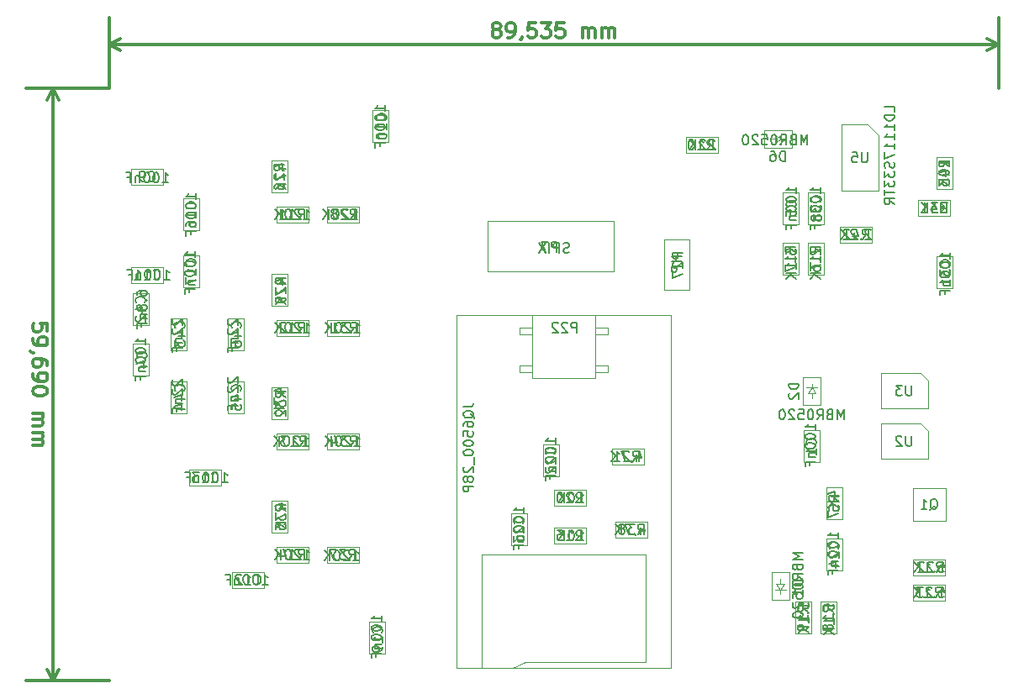
<source format=gbr>
G04 #@! TF.FileFunction,Other,Fab,Bot*
%FSLAX46Y46*%
G04 Gerber Fmt 4.6, Leading zero omitted, Abs format (unit mm)*
G04 Created by KiCad (PCBNEW 4.0.7) date 11/20/17 08:28:58*
%MOMM*%
%LPD*%
G01*
G04 APERTURE LIST*
%ADD10C,0.100000*%
%ADD11C,0.300000*%
%ADD12C,0.120000*%
%ADD13C,0.150000*%
G04 APERTURE END LIST*
D10*
D11*
X179016450Y-55905910D02*
X178873592Y-55834481D01*
X178802164Y-55763052D01*
X178730735Y-55620195D01*
X178730735Y-55548767D01*
X178802164Y-55405910D01*
X178873592Y-55334481D01*
X179016450Y-55263052D01*
X179302164Y-55263052D01*
X179445021Y-55334481D01*
X179516450Y-55405910D01*
X179587878Y-55548767D01*
X179587878Y-55620195D01*
X179516450Y-55763052D01*
X179445021Y-55834481D01*
X179302164Y-55905910D01*
X179016450Y-55905910D01*
X178873592Y-55977338D01*
X178802164Y-56048767D01*
X178730735Y-56191624D01*
X178730735Y-56477338D01*
X178802164Y-56620195D01*
X178873592Y-56691624D01*
X179016450Y-56763052D01*
X179302164Y-56763052D01*
X179445021Y-56691624D01*
X179516450Y-56620195D01*
X179587878Y-56477338D01*
X179587878Y-56191624D01*
X179516450Y-56048767D01*
X179445021Y-55977338D01*
X179302164Y-55905910D01*
X180302163Y-56763052D02*
X180587878Y-56763052D01*
X180730735Y-56691624D01*
X180802163Y-56620195D01*
X180945021Y-56405910D01*
X181016449Y-56120195D01*
X181016449Y-55548767D01*
X180945021Y-55405910D01*
X180873592Y-55334481D01*
X180730735Y-55263052D01*
X180445021Y-55263052D01*
X180302163Y-55334481D01*
X180230735Y-55405910D01*
X180159306Y-55548767D01*
X180159306Y-55905910D01*
X180230735Y-56048767D01*
X180302163Y-56120195D01*
X180445021Y-56191624D01*
X180730735Y-56191624D01*
X180873592Y-56120195D01*
X180945021Y-56048767D01*
X181016449Y-55905910D01*
X181730734Y-56691624D02*
X181730734Y-56763052D01*
X181659306Y-56905910D01*
X181587877Y-56977338D01*
X183087878Y-55263052D02*
X182373592Y-55263052D01*
X182302163Y-55977338D01*
X182373592Y-55905910D01*
X182516449Y-55834481D01*
X182873592Y-55834481D01*
X183016449Y-55905910D01*
X183087878Y-55977338D01*
X183159306Y-56120195D01*
X183159306Y-56477338D01*
X183087878Y-56620195D01*
X183016449Y-56691624D01*
X182873592Y-56763052D01*
X182516449Y-56763052D01*
X182373592Y-56691624D01*
X182302163Y-56620195D01*
X183659306Y-55263052D02*
X184587877Y-55263052D01*
X184087877Y-55834481D01*
X184302163Y-55834481D01*
X184445020Y-55905910D01*
X184516449Y-55977338D01*
X184587877Y-56120195D01*
X184587877Y-56477338D01*
X184516449Y-56620195D01*
X184445020Y-56691624D01*
X184302163Y-56763052D01*
X183873591Y-56763052D01*
X183730734Y-56691624D01*
X183659306Y-56620195D01*
X185945020Y-55263052D02*
X185230734Y-55263052D01*
X185159305Y-55977338D01*
X185230734Y-55905910D01*
X185373591Y-55834481D01*
X185730734Y-55834481D01*
X185873591Y-55905910D01*
X185945020Y-55977338D01*
X186016448Y-56120195D01*
X186016448Y-56477338D01*
X185945020Y-56620195D01*
X185873591Y-56691624D01*
X185730734Y-56763052D01*
X185373591Y-56763052D01*
X185230734Y-56691624D01*
X185159305Y-56620195D01*
X187802162Y-56763052D02*
X187802162Y-55763052D01*
X187802162Y-55905910D02*
X187873590Y-55834481D01*
X188016448Y-55763052D01*
X188230733Y-55763052D01*
X188373590Y-55834481D01*
X188445019Y-55977338D01*
X188445019Y-56763052D01*
X188445019Y-55977338D02*
X188516448Y-55834481D01*
X188659305Y-55763052D01*
X188873590Y-55763052D01*
X189016448Y-55834481D01*
X189087876Y-55977338D01*
X189087876Y-56763052D01*
X189802162Y-56763052D02*
X189802162Y-55763052D01*
X189802162Y-55905910D02*
X189873590Y-55834481D01*
X190016448Y-55763052D01*
X190230733Y-55763052D01*
X190373590Y-55834481D01*
X190445019Y-55977338D01*
X190445019Y-56763052D01*
X190445019Y-55977338D02*
X190516448Y-55834481D01*
X190659305Y-55763052D01*
X190873590Y-55763052D01*
X191016448Y-55834481D01*
X191087876Y-55977338D01*
X191087876Y-56763052D01*
X229712520Y-57434481D02*
X140177520Y-57434481D01*
X229712520Y-61879480D02*
X229712520Y-54734481D01*
X140177520Y-61879480D02*
X140177520Y-54734481D01*
X140177520Y-57434481D02*
X141304024Y-56848060D01*
X140177520Y-57434481D02*
X141304024Y-58020902D01*
X229712520Y-57434481D02*
X228586016Y-56848060D01*
X229712520Y-57434481D02*
X228586016Y-58020902D01*
X133933950Y-86295910D02*
X133933950Y-85581624D01*
X133219664Y-85510195D01*
X133291092Y-85581624D01*
X133362521Y-85724481D01*
X133362521Y-86081624D01*
X133291092Y-86224481D01*
X133219664Y-86295910D01*
X133076807Y-86367338D01*
X132719664Y-86367338D01*
X132576807Y-86295910D01*
X132505378Y-86224481D01*
X132433950Y-86081624D01*
X132433950Y-85724481D01*
X132505378Y-85581624D01*
X132576807Y-85510195D01*
X132433950Y-87081623D02*
X132433950Y-87367338D01*
X132505378Y-87510195D01*
X132576807Y-87581623D01*
X132791092Y-87724481D01*
X133076807Y-87795909D01*
X133648235Y-87795909D01*
X133791092Y-87724481D01*
X133862521Y-87653052D01*
X133933950Y-87510195D01*
X133933950Y-87224481D01*
X133862521Y-87081623D01*
X133791092Y-87010195D01*
X133648235Y-86938766D01*
X133291092Y-86938766D01*
X133148235Y-87010195D01*
X133076807Y-87081623D01*
X133005378Y-87224481D01*
X133005378Y-87510195D01*
X133076807Y-87653052D01*
X133148235Y-87724481D01*
X133291092Y-87795909D01*
X132505378Y-88510194D02*
X132433950Y-88510194D01*
X132291092Y-88438766D01*
X132219664Y-88367337D01*
X133933950Y-89795909D02*
X133933950Y-89510195D01*
X133862521Y-89367338D01*
X133791092Y-89295909D01*
X133576807Y-89153052D01*
X133291092Y-89081623D01*
X132719664Y-89081623D01*
X132576807Y-89153052D01*
X132505378Y-89224480D01*
X132433950Y-89367338D01*
X132433950Y-89653052D01*
X132505378Y-89795909D01*
X132576807Y-89867338D01*
X132719664Y-89938766D01*
X133076807Y-89938766D01*
X133219664Y-89867338D01*
X133291092Y-89795909D01*
X133362521Y-89653052D01*
X133362521Y-89367338D01*
X133291092Y-89224480D01*
X133219664Y-89153052D01*
X133076807Y-89081623D01*
X132433950Y-90653051D02*
X132433950Y-90938766D01*
X132505378Y-91081623D01*
X132576807Y-91153051D01*
X132791092Y-91295909D01*
X133076807Y-91367337D01*
X133648235Y-91367337D01*
X133791092Y-91295909D01*
X133862521Y-91224480D01*
X133933950Y-91081623D01*
X133933950Y-90795909D01*
X133862521Y-90653051D01*
X133791092Y-90581623D01*
X133648235Y-90510194D01*
X133291092Y-90510194D01*
X133148235Y-90581623D01*
X133076807Y-90653051D01*
X133005378Y-90795909D01*
X133005378Y-91081623D01*
X133076807Y-91224480D01*
X133148235Y-91295909D01*
X133291092Y-91367337D01*
X133933950Y-92295908D02*
X133933950Y-92438765D01*
X133862521Y-92581622D01*
X133791092Y-92653051D01*
X133648235Y-92724480D01*
X133362521Y-92795908D01*
X133005378Y-92795908D01*
X132719664Y-92724480D01*
X132576807Y-92653051D01*
X132505378Y-92581622D01*
X132433950Y-92438765D01*
X132433950Y-92295908D01*
X132505378Y-92153051D01*
X132576807Y-92081622D01*
X132719664Y-92010194D01*
X133005378Y-91938765D01*
X133362521Y-91938765D01*
X133648235Y-92010194D01*
X133791092Y-92081622D01*
X133862521Y-92153051D01*
X133933950Y-92295908D01*
X132433950Y-94581622D02*
X133433950Y-94581622D01*
X133291092Y-94581622D02*
X133362521Y-94653050D01*
X133433950Y-94795908D01*
X133433950Y-95010193D01*
X133362521Y-95153050D01*
X133219664Y-95224479D01*
X132433950Y-95224479D01*
X133219664Y-95224479D02*
X133362521Y-95295908D01*
X133433950Y-95438765D01*
X133433950Y-95653050D01*
X133362521Y-95795908D01*
X133219664Y-95867336D01*
X132433950Y-95867336D01*
X132433950Y-96581622D02*
X133433950Y-96581622D01*
X133291092Y-96581622D02*
X133362521Y-96653050D01*
X133433950Y-96795908D01*
X133433950Y-97010193D01*
X133362521Y-97153050D01*
X133219664Y-97224479D01*
X132433950Y-97224479D01*
X133219664Y-97224479D02*
X133362521Y-97295908D01*
X133433950Y-97438765D01*
X133433950Y-97653050D01*
X133362521Y-97795908D01*
X133219664Y-97867336D01*
X132433950Y-97867336D01*
X134462521Y-61879480D02*
X134462521Y-121569480D01*
X140177520Y-61879480D02*
X131762521Y-61879480D01*
X140177520Y-121569480D02*
X131762521Y-121569480D01*
X134462521Y-121569480D02*
X133876100Y-120442976D01*
X134462521Y-121569480D02*
X135048942Y-120442976D01*
X134462521Y-61879480D02*
X133876100Y-63005984D01*
X134462521Y-61879480D02*
X135048942Y-63005984D01*
D10*
X207741520Y-111794480D02*
X207741520Y-111294480D01*
X207341520Y-111794480D02*
X207741520Y-112394480D01*
X208141520Y-111794480D02*
X207341520Y-111794480D01*
X207741520Y-112394480D02*
X208141520Y-111794480D01*
X207741520Y-112394480D02*
X207191520Y-112394480D01*
X207741520Y-112394480D02*
X208291520Y-112394480D01*
X207741520Y-112794480D02*
X207741520Y-112394480D01*
X206841520Y-113444480D02*
X208641520Y-113444480D01*
X206841520Y-110644480D02*
X206841520Y-113444480D01*
X208641520Y-110644480D02*
X206841520Y-110644480D01*
X208641520Y-113444480D02*
X208641520Y-110644480D01*
X213367520Y-113619480D02*
X211767520Y-113619480D01*
X213367520Y-116819480D02*
X213367520Y-113619480D01*
X211767520Y-116819480D02*
X213367520Y-116819480D01*
X211767520Y-113619480D02*
X211767520Y-116819480D01*
X210827520Y-113619480D02*
X209227520Y-113619480D01*
X210827520Y-116819480D02*
X210827520Y-113619480D01*
X209227520Y-116819480D02*
X210827520Y-116819480D01*
X209227520Y-113619480D02*
X209227520Y-116819480D01*
X221127520Y-111879480D02*
X221127520Y-113479480D01*
X224327520Y-111879480D02*
X221127520Y-111879480D01*
X224327520Y-113479480D02*
X224327520Y-111879480D01*
X221127520Y-113479480D02*
X224327520Y-113479480D01*
X221127520Y-109339480D02*
X221127520Y-110939480D01*
X224327520Y-109339480D02*
X221127520Y-109339480D01*
X224327520Y-110939480D02*
X224327520Y-109339480D01*
X221127520Y-110939480D02*
X224327520Y-110939480D01*
X212402520Y-110469480D02*
X214002520Y-110469480D01*
X212402520Y-107269480D02*
X212402520Y-110469480D01*
X214002520Y-107269480D02*
X212402520Y-107269480D01*
X214002520Y-110469480D02*
X214002520Y-107269480D01*
X212402520Y-105262480D02*
X214002520Y-105262480D01*
X212402520Y-102062480D02*
X212402520Y-105262480D01*
X214002520Y-102062480D02*
X212402520Y-102062480D01*
X214002520Y-105262480D02*
X214002520Y-102062480D01*
D12*
X224378520Y-105440480D02*
X221076520Y-105440480D01*
X221076520Y-105440480D02*
X221076520Y-102138480D01*
X221076520Y-102138480D02*
X224378520Y-102138480D01*
X224378520Y-102138480D02*
X224378520Y-105440480D01*
X222473520Y-99217480D02*
X217901520Y-99217480D01*
X217901520Y-99217480D02*
X217901520Y-95661480D01*
X217901520Y-95661480D02*
X221838520Y-95661480D01*
X221838520Y-95661480D02*
X222600520Y-96423480D01*
X222600520Y-96423480D02*
X222600520Y-99217480D01*
X222600520Y-99217480D02*
X222473520Y-99217480D01*
X222473520Y-94137480D02*
X217901520Y-94137480D01*
X217901520Y-94137480D02*
X217901520Y-90581480D01*
X217901520Y-90581480D02*
X221838520Y-90581480D01*
X221838520Y-90581480D02*
X222600520Y-91343480D01*
X222600520Y-91343480D02*
X222600520Y-94137480D01*
X222600520Y-94137480D02*
X222473520Y-94137480D01*
D10*
X210116520Y-99547480D02*
X211716520Y-99547480D01*
X210116520Y-96347480D02*
X210116520Y-99547480D01*
X211716520Y-96347480D02*
X210116520Y-96347480D01*
X211716520Y-99547480D02*
X211716520Y-96347480D01*
X210916520Y-92609480D02*
X210916520Y-93109480D01*
X211316520Y-92609480D02*
X210916520Y-92009480D01*
X210516520Y-92609480D02*
X211316520Y-92609480D01*
X210916520Y-92009480D02*
X210516520Y-92609480D01*
X210916520Y-92009480D02*
X211466520Y-92009480D01*
X210916520Y-92009480D02*
X210366520Y-92009480D01*
X210916520Y-91609480D02*
X210916520Y-92009480D01*
X211816520Y-90959480D02*
X210016520Y-90959480D01*
X211816520Y-93759480D02*
X211816520Y-90959480D01*
X210016520Y-93759480D02*
X211816520Y-93759480D01*
X210016520Y-90959480D02*
X210016520Y-93759480D01*
X225051520Y-78821480D02*
X223451520Y-78821480D01*
X225051520Y-82021480D02*
X225051520Y-78821480D01*
X223451520Y-82021480D02*
X225051520Y-82021480D01*
X223451520Y-78821480D02*
X223451520Y-82021480D01*
X224835520Y-74744480D02*
X224835520Y-73144480D01*
X221635520Y-74744480D02*
X224835520Y-74744480D01*
X221635520Y-73144480D02*
X221635520Y-74744480D01*
X224835520Y-73144480D02*
X221635520Y-73144480D01*
X225051520Y-68788480D02*
X223451520Y-68788480D01*
X225051520Y-71988480D02*
X225051520Y-68788480D01*
X223451520Y-71988480D02*
X225051520Y-71988480D01*
X223451520Y-68788480D02*
X223451520Y-71988480D01*
X210497520Y-80624480D02*
X212097520Y-80624480D01*
X210497520Y-77424480D02*
X210497520Y-80624480D01*
X212097520Y-77424480D02*
X210497520Y-77424480D01*
X212097520Y-80624480D02*
X212097520Y-77424480D01*
X207957520Y-80624480D02*
X209557520Y-80624480D01*
X207957520Y-77424480D02*
X207957520Y-80624480D01*
X209557520Y-77424480D02*
X207957520Y-77424480D01*
X209557520Y-80624480D02*
X209557520Y-77424480D01*
X216961520Y-77411480D02*
X216961520Y-75811480D01*
X213761520Y-77411480D02*
X216961520Y-77411480D01*
X213761520Y-75811480D02*
X213761520Y-77411480D01*
X216961520Y-75811480D02*
X213761520Y-75811480D01*
X212097520Y-72344480D02*
X210497520Y-72344480D01*
X212097520Y-75544480D02*
X212097520Y-72344480D01*
X210497520Y-75544480D02*
X212097520Y-75544480D01*
X210497520Y-72344480D02*
X210497520Y-75544480D01*
X209557520Y-72344480D02*
X207957520Y-72344480D01*
X209557520Y-75544480D02*
X209557520Y-72344480D01*
X207957520Y-75544480D02*
X209557520Y-75544480D01*
X207957520Y-72344480D02*
X207957520Y-75544480D01*
X217592520Y-66564480D02*
X216542520Y-65514480D01*
X217592520Y-66564480D02*
X217592520Y-72214480D01*
X216542520Y-65514480D02*
X213892520Y-65514480D01*
X217592520Y-72214480D02*
X213892520Y-72214480D01*
X213892520Y-65514480D02*
X213892520Y-72214480D01*
X207237520Y-66959480D02*
X206737520Y-66959480D01*
X207237520Y-67359480D02*
X207837520Y-66959480D01*
X207237520Y-66559480D02*
X207237520Y-67359480D01*
X207837520Y-66959480D02*
X207237520Y-66559480D01*
X207837520Y-66959480D02*
X207837520Y-67509480D01*
X207837520Y-66959480D02*
X207837520Y-66409480D01*
X208237520Y-66959480D02*
X207837520Y-66959480D01*
X208887520Y-67859480D02*
X208887520Y-66059480D01*
X206087520Y-67859480D02*
X208887520Y-67859480D01*
X206087520Y-66059480D02*
X206087520Y-67859480D01*
X208887520Y-66059480D02*
X206087520Y-66059480D01*
X198267520Y-66794480D02*
X198267520Y-68394480D01*
X201467520Y-66794480D02*
X198267520Y-66794480D01*
X201467520Y-68394480D02*
X201467520Y-66794480D01*
X198267520Y-68394480D02*
X201467520Y-68394480D01*
X198597520Y-77119480D02*
X198597520Y-82199480D01*
X198597520Y-82199480D02*
X196057520Y-82199480D01*
X196057520Y-82199480D02*
X196057520Y-77119480D01*
X196057520Y-77119480D02*
X198597520Y-77119480D01*
X178277520Y-75214480D02*
X190977520Y-75214480D01*
X190977520Y-75214480D02*
X190977520Y-80294480D01*
X190977520Y-80294480D02*
X178277520Y-80294480D01*
X178277520Y-80294480D02*
X178277520Y-75214480D01*
D12*
X194152520Y-108869480D02*
X194152520Y-119664480D01*
X194152520Y-119664480D02*
X182722520Y-119664480D01*
X182722520Y-119664480D02*
X182087520Y-119664480D01*
X182087520Y-119664480D02*
X180817520Y-120299480D01*
X194152520Y-108869480D02*
X177642520Y-108869480D01*
X177642520Y-108869480D02*
X177642520Y-120299480D01*
X189072520Y-89819480D02*
X190342520Y-89819480D01*
X190342520Y-89819480D02*
X190342520Y-90454480D01*
X190342520Y-90454480D02*
X189072520Y-90454480D01*
X182722520Y-89819480D02*
X181452520Y-89819480D01*
X181452520Y-89819480D02*
X181452520Y-90454480D01*
X181452520Y-90454480D02*
X182722520Y-90454480D01*
X182722520Y-86009480D02*
X181452520Y-86009480D01*
X181452520Y-86009480D02*
X181452520Y-86644480D01*
X181452520Y-86644480D02*
X182722520Y-86644480D01*
X189072520Y-86009480D02*
X190342520Y-86009480D01*
X190342520Y-86009480D02*
X190342520Y-86644480D01*
X190342520Y-86644480D02*
X189072520Y-86644480D01*
X189072520Y-84739480D02*
X189072520Y-91089480D01*
X189072520Y-91089480D02*
X182722520Y-91089480D01*
X182722520Y-91089480D02*
X182722520Y-84739480D01*
X196692520Y-120299480D02*
X175102520Y-120299480D01*
X175102520Y-120299480D02*
X175102520Y-84739480D01*
X175102520Y-84739480D02*
X196692520Y-84739480D01*
X196692520Y-84739480D02*
X196692520Y-120299480D01*
D10*
X193974520Y-99763480D02*
X193974520Y-98163480D01*
X190774520Y-99763480D02*
X193974520Y-99763480D01*
X190774520Y-98163480D02*
X190774520Y-99763480D01*
X193974520Y-98163480D02*
X190774520Y-98163480D01*
X185427520Y-97744480D02*
X183827520Y-97744480D01*
X185427520Y-100944480D02*
X185427520Y-97744480D01*
X183827520Y-100944480D02*
X185427520Y-100944480D01*
X183827520Y-97744480D02*
X183827520Y-100944480D01*
X184932520Y-102354480D02*
X184932520Y-103954480D01*
X188132520Y-102354480D02*
X184932520Y-102354480D01*
X188132520Y-103954480D02*
X188132520Y-102354480D01*
X184932520Y-103954480D02*
X188132520Y-103954480D01*
X194355520Y-107129480D02*
X194355520Y-105529480D01*
X191155520Y-107129480D02*
X194355520Y-107129480D01*
X191155520Y-105529480D02*
X191155520Y-107129480D01*
X194355520Y-105529480D02*
X191155520Y-105529480D01*
X184932520Y-106164480D02*
X184932520Y-107764480D01*
X188132520Y-106164480D02*
X184932520Y-106164480D01*
X188132520Y-107764480D02*
X188132520Y-106164480D01*
X184932520Y-107764480D02*
X188132520Y-107764480D01*
X182252520Y-104729480D02*
X180652520Y-104729480D01*
X182252520Y-107929480D02*
X182252520Y-104729480D01*
X180652520Y-107929480D02*
X182252520Y-107929480D01*
X180652520Y-104729480D02*
X180652520Y-107929480D01*
X167901520Y-115651480D02*
X166301520Y-115651480D01*
X167901520Y-118851480D02*
X167901520Y-115651480D01*
X166301520Y-118851480D02*
X167901520Y-118851480D01*
X166301520Y-115651480D02*
X166301520Y-118851480D01*
X156522520Y-106659480D02*
X158122520Y-106659480D01*
X156522520Y-103459480D02*
X156522520Y-106659480D01*
X158122520Y-103459480D02*
X156522520Y-103459480D01*
X158122520Y-106659480D02*
X158122520Y-103459480D01*
X152547520Y-110609480D02*
X152547520Y-112209480D01*
X155747520Y-110609480D02*
X152547520Y-110609480D01*
X155747520Y-112209480D02*
X155747520Y-110609480D01*
X152547520Y-112209480D02*
X155747520Y-112209480D01*
X151429520Y-101922480D02*
X151429520Y-100322480D01*
X148229520Y-101922480D02*
X151429520Y-101922480D01*
X148229520Y-100322480D02*
X148229520Y-101922480D01*
X151429520Y-100322480D02*
X148229520Y-100322480D01*
X162072520Y-96639480D02*
X162072520Y-98239480D01*
X165272520Y-96639480D02*
X162072520Y-96639480D01*
X165272520Y-98239480D02*
X165272520Y-96639480D01*
X162072520Y-98239480D02*
X165272520Y-98239480D01*
X156522520Y-95229480D02*
X158122520Y-95229480D01*
X156522520Y-92029480D02*
X156522520Y-95229480D01*
X158122520Y-92029480D02*
X156522520Y-92029480D01*
X158122520Y-95229480D02*
X158122520Y-92029480D01*
X152077520Y-94594480D02*
X153677520Y-94594480D01*
X152077520Y-91394480D02*
X152077520Y-94594480D01*
X153677520Y-91394480D02*
X152077520Y-91394480D01*
X153677520Y-94594480D02*
X153677520Y-91394480D01*
X146362520Y-94594480D02*
X147962520Y-94594480D01*
X146362520Y-91394480D02*
X146362520Y-94594480D01*
X147962520Y-91394480D02*
X146362520Y-91394480D01*
X147962520Y-94594480D02*
X147962520Y-91394480D01*
X147962520Y-85044480D02*
X146362520Y-85044480D01*
X147962520Y-88244480D02*
X147962520Y-85044480D01*
X146362520Y-88244480D02*
X147962520Y-88244480D01*
X146362520Y-85044480D02*
X146362520Y-88244480D01*
X153677520Y-85044480D02*
X152077520Y-85044480D01*
X153677520Y-88244480D02*
X153677520Y-85044480D01*
X152077520Y-88244480D02*
X153677520Y-88244480D01*
X152077520Y-85044480D02*
X152077520Y-88244480D01*
X162072520Y-85209480D02*
X162072520Y-86809480D01*
X165272520Y-85209480D02*
X162072520Y-85209480D01*
X165272520Y-86809480D02*
X165272520Y-85209480D01*
X162072520Y-86809480D02*
X165272520Y-86809480D01*
X156522520Y-83799480D02*
X158122520Y-83799480D01*
X156522520Y-80599480D02*
X156522520Y-83799480D01*
X158122520Y-80599480D02*
X156522520Y-80599480D01*
X158122520Y-83799480D02*
X158122520Y-80599480D01*
X156992520Y-73779480D02*
X156992520Y-75379480D01*
X160192520Y-73779480D02*
X156992520Y-73779480D01*
X160192520Y-75379480D02*
X160192520Y-73779480D01*
X156992520Y-75379480D02*
X160192520Y-75379480D01*
X162072520Y-73779480D02*
X162072520Y-75379480D01*
X165272520Y-73779480D02*
X162072520Y-73779480D01*
X165272520Y-75379480D02*
X165272520Y-73779480D01*
X162072520Y-75379480D02*
X165272520Y-75379480D01*
X145587520Y-81475480D02*
X145587520Y-79875480D01*
X142387520Y-81475480D02*
X145587520Y-81475480D01*
X142387520Y-79875480D02*
X142387520Y-81475480D01*
X145587520Y-79875480D02*
X142387520Y-79875480D01*
X142552520Y-85704480D02*
X144152520Y-85704480D01*
X142552520Y-82504480D02*
X142552520Y-85704480D01*
X144152520Y-82504480D02*
X142552520Y-82504480D01*
X144152520Y-85704480D02*
X144152520Y-82504480D01*
X149232520Y-78694480D02*
X147632520Y-78694480D01*
X149232520Y-81894480D02*
X149232520Y-78694480D01*
X147632520Y-81894480D02*
X149232520Y-81894480D01*
X147632520Y-78694480D02*
X147632520Y-81894480D01*
X147632520Y-76179480D02*
X149232520Y-76179480D01*
X147632520Y-72979480D02*
X147632520Y-76179480D01*
X149232520Y-72979480D02*
X147632520Y-72979480D01*
X149232520Y-76179480D02*
X149232520Y-72979480D01*
X156522520Y-72369480D02*
X158122520Y-72369480D01*
X156522520Y-69169480D02*
X156522520Y-72369480D01*
X158122520Y-69169480D02*
X156522520Y-69169480D01*
X158122520Y-72369480D02*
X158122520Y-69169480D01*
X145587520Y-71569480D02*
X145587520Y-69969480D01*
X142387520Y-71569480D02*
X145587520Y-71569480D01*
X142387520Y-69969480D02*
X142387520Y-71569480D01*
X145587520Y-69969480D02*
X142387520Y-69969480D01*
X156992520Y-85209480D02*
X156992520Y-86809480D01*
X160192520Y-85209480D02*
X156992520Y-85209480D01*
X160192520Y-86809480D02*
X160192520Y-85209480D01*
X156992520Y-86809480D02*
X160192520Y-86809480D01*
X156992520Y-96639480D02*
X156992520Y-98239480D01*
X160192520Y-96639480D02*
X156992520Y-96639480D01*
X160192520Y-98239480D02*
X160192520Y-96639480D01*
X156992520Y-98239480D02*
X160192520Y-98239480D01*
X162072520Y-108069480D02*
X162072520Y-109669480D01*
X165272520Y-108069480D02*
X162072520Y-108069480D01*
X165272520Y-109669480D02*
X165272520Y-108069480D01*
X162072520Y-109669480D02*
X165272520Y-109669480D01*
X156992520Y-108069480D02*
X156992520Y-109669480D01*
X160192520Y-108069480D02*
X156992520Y-108069480D01*
X160192520Y-109669480D02*
X160192520Y-108069480D01*
X156992520Y-109669480D02*
X160192520Y-109669480D01*
X166682520Y-67289480D02*
X168282520Y-67289480D01*
X166682520Y-64089480D02*
X166682520Y-67289480D01*
X168282520Y-64089480D02*
X166682520Y-64089480D01*
X168282520Y-67289480D02*
X168282520Y-64089480D01*
X142552520Y-90784480D02*
X144152520Y-90784480D01*
X142552520Y-87584480D02*
X142552520Y-90784480D01*
X144152520Y-87584480D02*
X142552520Y-87584480D01*
X144152520Y-90784480D02*
X144152520Y-87584480D01*
D13*
X209971901Y-108679385D02*
X208971901Y-108679385D01*
X209686187Y-109012719D01*
X208971901Y-109346052D01*
X209971901Y-109346052D01*
X209448091Y-110155576D02*
X209495710Y-110298433D01*
X209543330Y-110346052D01*
X209638568Y-110393671D01*
X209781425Y-110393671D01*
X209876663Y-110346052D01*
X209924282Y-110298433D01*
X209971901Y-110203195D01*
X209971901Y-109822242D01*
X208971901Y-109822242D01*
X208971901Y-110155576D01*
X209019520Y-110250814D01*
X209067139Y-110298433D01*
X209162377Y-110346052D01*
X209257615Y-110346052D01*
X209352853Y-110298433D01*
X209400472Y-110250814D01*
X209448091Y-110155576D01*
X209448091Y-109822242D01*
X209971901Y-111393671D02*
X209495710Y-111060337D01*
X209971901Y-110822242D02*
X208971901Y-110822242D01*
X208971901Y-111203195D01*
X209019520Y-111298433D01*
X209067139Y-111346052D01*
X209162377Y-111393671D01*
X209305234Y-111393671D01*
X209400472Y-111346052D01*
X209448091Y-111298433D01*
X209495710Y-111203195D01*
X209495710Y-110822242D01*
X208971901Y-112012718D02*
X208971901Y-112107957D01*
X209019520Y-112203195D01*
X209067139Y-112250814D01*
X209162377Y-112298433D01*
X209352853Y-112346052D01*
X209590949Y-112346052D01*
X209781425Y-112298433D01*
X209876663Y-112250814D01*
X209924282Y-112203195D01*
X209971901Y-112107957D01*
X209971901Y-112012718D01*
X209924282Y-111917480D01*
X209876663Y-111869861D01*
X209781425Y-111822242D01*
X209590949Y-111774623D01*
X209352853Y-111774623D01*
X209162377Y-111822242D01*
X209067139Y-111869861D01*
X209019520Y-111917480D01*
X208971901Y-112012718D01*
X208971901Y-113250814D02*
X208971901Y-112774623D01*
X209448091Y-112727004D01*
X209400472Y-112774623D01*
X209352853Y-112869861D01*
X209352853Y-113107957D01*
X209400472Y-113203195D01*
X209448091Y-113250814D01*
X209543330Y-113298433D01*
X209781425Y-113298433D01*
X209876663Y-113250814D01*
X209924282Y-113203195D01*
X209971901Y-113107957D01*
X209971901Y-112869861D01*
X209924282Y-112774623D01*
X209876663Y-112727004D01*
X209067139Y-113679385D02*
X209019520Y-113727004D01*
X208971901Y-113822242D01*
X208971901Y-114060338D01*
X209019520Y-114155576D01*
X209067139Y-114203195D01*
X209162377Y-114250814D01*
X209257615Y-114250814D01*
X209400472Y-114203195D01*
X209971901Y-113631766D01*
X209971901Y-114250814D01*
X208971901Y-114869861D02*
X208971901Y-114965100D01*
X209019520Y-115060338D01*
X209067139Y-115107957D01*
X209162377Y-115155576D01*
X209352853Y-115203195D01*
X209590949Y-115203195D01*
X209781425Y-115155576D01*
X209876663Y-115107957D01*
X209924282Y-115060338D01*
X209971901Y-114965100D01*
X209971901Y-114869861D01*
X209924282Y-114774623D01*
X209876663Y-114727004D01*
X209781425Y-114679385D01*
X209590949Y-114631766D01*
X209352853Y-114631766D01*
X209162377Y-114679385D01*
X209067139Y-114727004D01*
X209019520Y-114774623D01*
X208971901Y-114869861D01*
X209971901Y-111433385D02*
X208971901Y-111433385D01*
X208971901Y-111671480D01*
X209019520Y-111814338D01*
X209114758Y-111909576D01*
X209209996Y-111957195D01*
X209400472Y-112004814D01*
X209543330Y-112004814D01*
X209733806Y-111957195D01*
X209829044Y-111909576D01*
X209924282Y-111814338D01*
X209971901Y-111671480D01*
X209971901Y-111433385D01*
X209971901Y-112957195D02*
X209971901Y-112385766D01*
X209971901Y-112671480D02*
X208971901Y-112671480D01*
X209114758Y-112576242D01*
X209209996Y-112481004D01*
X209257615Y-112385766D01*
X212146901Y-114370290D02*
X212146901Y-113894099D01*
X212623091Y-113846480D01*
X212575472Y-113894099D01*
X212527853Y-113989337D01*
X212527853Y-114227433D01*
X212575472Y-114322671D01*
X212623091Y-114370290D01*
X212718330Y-114417909D01*
X212956425Y-114417909D01*
X213051663Y-114370290D01*
X213099282Y-114322671D01*
X213146901Y-114227433D01*
X213146901Y-113989337D01*
X213099282Y-113894099D01*
X213051663Y-113846480D01*
X213051663Y-114846480D02*
X213099282Y-114894099D01*
X213146901Y-114846480D01*
X213099282Y-114798861D01*
X213051663Y-114846480D01*
X213146901Y-114846480D01*
X213146901Y-115846480D02*
X213146901Y-115275051D01*
X213146901Y-115560765D02*
X212146901Y-115560765D01*
X212289758Y-115465527D01*
X212384996Y-115370289D01*
X212432615Y-115275051D01*
X213146901Y-116275051D02*
X212146901Y-116275051D01*
X213146901Y-116846480D02*
X212575472Y-116417908D01*
X212146901Y-116846480D02*
X212718330Y-116275051D01*
X213019901Y-114576623D02*
X212543710Y-114243289D01*
X213019901Y-114005194D02*
X212019901Y-114005194D01*
X212019901Y-114386147D01*
X212067520Y-114481385D01*
X212115139Y-114529004D01*
X212210377Y-114576623D01*
X212353234Y-114576623D01*
X212448472Y-114529004D01*
X212496091Y-114481385D01*
X212543710Y-114386147D01*
X212543710Y-114005194D01*
X213019901Y-115529004D02*
X213019901Y-114957575D01*
X213019901Y-115243289D02*
X212019901Y-115243289D01*
X212162758Y-115148051D01*
X212257996Y-115052813D01*
X212305615Y-114957575D01*
X212448472Y-116100432D02*
X212400853Y-116005194D01*
X212353234Y-115957575D01*
X212257996Y-115909956D01*
X212210377Y-115909956D01*
X212115139Y-115957575D01*
X212067520Y-116005194D01*
X212019901Y-116100432D01*
X212019901Y-116290909D01*
X212067520Y-116386147D01*
X212115139Y-116433766D01*
X212210377Y-116481385D01*
X212257996Y-116481385D01*
X212353234Y-116433766D01*
X212400853Y-116386147D01*
X212448472Y-116290909D01*
X212448472Y-116100432D01*
X212496091Y-116005194D01*
X212543710Y-115957575D01*
X212638949Y-115909956D01*
X212829425Y-115909956D01*
X212924663Y-115957575D01*
X212972282Y-116005194D01*
X213019901Y-116100432D01*
X213019901Y-116290909D01*
X212972282Y-116386147D01*
X212924663Y-116433766D01*
X212829425Y-116481385D01*
X212638949Y-116481385D01*
X212543710Y-116433766D01*
X212496091Y-116386147D01*
X212448472Y-116290909D01*
X209606901Y-114243290D02*
X209606901Y-113767099D01*
X210083091Y-113719480D01*
X210035472Y-113767099D01*
X209987853Y-113862337D01*
X209987853Y-114100433D01*
X210035472Y-114195671D01*
X210083091Y-114243290D01*
X210178330Y-114290909D01*
X210416425Y-114290909D01*
X210511663Y-114243290D01*
X210559282Y-114195671D01*
X210606901Y-114100433D01*
X210606901Y-113862337D01*
X210559282Y-113767099D01*
X210511663Y-113719480D01*
X210511663Y-114719480D02*
X210559282Y-114767099D01*
X210606901Y-114719480D01*
X210559282Y-114671861D01*
X210511663Y-114719480D01*
X210606901Y-114719480D01*
X210606901Y-115719480D02*
X210606901Y-115148051D01*
X210606901Y-115433765D02*
X209606901Y-115433765D01*
X209749758Y-115338527D01*
X209844996Y-115243289D01*
X209892615Y-115148051D01*
X210606901Y-116148051D02*
X209606901Y-116148051D01*
X210606901Y-116719480D02*
X210035472Y-116290908D01*
X209606901Y-116719480D02*
X210178330Y-116148051D01*
X210479901Y-114576623D02*
X210003710Y-114243289D01*
X210479901Y-114005194D02*
X209479901Y-114005194D01*
X209479901Y-114386147D01*
X209527520Y-114481385D01*
X209575139Y-114529004D01*
X209670377Y-114576623D01*
X209813234Y-114576623D01*
X209908472Y-114529004D01*
X209956091Y-114481385D01*
X210003710Y-114386147D01*
X210003710Y-114005194D01*
X210479901Y-115529004D02*
X210479901Y-114957575D01*
X210479901Y-115243289D02*
X209479901Y-115243289D01*
X209622758Y-115148051D01*
X209717996Y-115052813D01*
X209765615Y-114957575D01*
X210479901Y-116005194D02*
X210479901Y-116195670D01*
X210432282Y-116290909D01*
X210384663Y-116338528D01*
X210241806Y-116433766D01*
X210051330Y-116481385D01*
X209670377Y-116481385D01*
X209575139Y-116433766D01*
X209527520Y-116386147D01*
X209479901Y-116290909D01*
X209479901Y-116100432D01*
X209527520Y-116005194D01*
X209575139Y-115957575D01*
X209670377Y-115909956D01*
X209908472Y-115909956D01*
X210003710Y-115957575D01*
X210051330Y-116005194D01*
X210098949Y-116100432D01*
X210098949Y-116290909D01*
X210051330Y-116386147D01*
X210003710Y-116433766D01*
X209908472Y-116481385D01*
X223703710Y-112131861D02*
X224179901Y-112131861D01*
X224227520Y-112608051D01*
X224179901Y-112560432D01*
X224084663Y-112512813D01*
X223846567Y-112512813D01*
X223751329Y-112560432D01*
X223703710Y-112608051D01*
X223656091Y-112703290D01*
X223656091Y-112941385D01*
X223703710Y-113036623D01*
X223751329Y-113084242D01*
X223846567Y-113131861D01*
X224084663Y-113131861D01*
X224179901Y-113084242D01*
X224227520Y-113036623D01*
X223227520Y-113036623D02*
X223179901Y-113084242D01*
X223227520Y-113131861D01*
X223275139Y-113084242D01*
X223227520Y-113036623D01*
X223227520Y-113131861D01*
X222227520Y-113131861D02*
X222798949Y-113131861D01*
X222513235Y-113131861D02*
X222513235Y-112131861D01*
X222608473Y-112274718D01*
X222703711Y-112369956D01*
X222798949Y-112417575D01*
X221798949Y-113131861D02*
X221798949Y-112131861D01*
X221227520Y-113131861D02*
X221656092Y-112560432D01*
X221227520Y-112131861D02*
X221798949Y-112703290D01*
X223370377Y-113131861D02*
X223703711Y-112655670D01*
X223941806Y-113131861D02*
X223941806Y-112131861D01*
X223560853Y-112131861D01*
X223465615Y-112179480D01*
X223417996Y-112227099D01*
X223370377Y-112322337D01*
X223370377Y-112465194D01*
X223417996Y-112560432D01*
X223465615Y-112608051D01*
X223560853Y-112655670D01*
X223941806Y-112655670D01*
X222989425Y-112227099D02*
X222941806Y-112179480D01*
X222846568Y-112131861D01*
X222608472Y-112131861D01*
X222513234Y-112179480D01*
X222465615Y-112227099D01*
X222417996Y-112322337D01*
X222417996Y-112417575D01*
X222465615Y-112560432D01*
X223037044Y-113131861D01*
X222417996Y-113131861D01*
X222084663Y-112131861D02*
X221465615Y-112131861D01*
X221798949Y-112512813D01*
X221656091Y-112512813D01*
X221560853Y-112560432D01*
X221513234Y-112608051D01*
X221465615Y-112703290D01*
X221465615Y-112941385D01*
X221513234Y-113036623D01*
X221560853Y-113084242D01*
X221656091Y-113131861D01*
X221941806Y-113131861D01*
X222037044Y-113084242D01*
X222084663Y-113036623D01*
X223703710Y-109591861D02*
X224179901Y-109591861D01*
X224227520Y-110068051D01*
X224179901Y-110020432D01*
X224084663Y-109972813D01*
X223846567Y-109972813D01*
X223751329Y-110020432D01*
X223703710Y-110068051D01*
X223656091Y-110163290D01*
X223656091Y-110401385D01*
X223703710Y-110496623D01*
X223751329Y-110544242D01*
X223846567Y-110591861D01*
X224084663Y-110591861D01*
X224179901Y-110544242D01*
X224227520Y-110496623D01*
X223227520Y-110496623D02*
X223179901Y-110544242D01*
X223227520Y-110591861D01*
X223275139Y-110544242D01*
X223227520Y-110496623D01*
X223227520Y-110591861D01*
X222227520Y-110591861D02*
X222798949Y-110591861D01*
X222513235Y-110591861D02*
X222513235Y-109591861D01*
X222608473Y-109734718D01*
X222703711Y-109829956D01*
X222798949Y-109877575D01*
X221798949Y-110591861D02*
X221798949Y-109591861D01*
X221227520Y-110591861D02*
X221656092Y-110020432D01*
X221227520Y-109591861D02*
X221798949Y-110163290D01*
X223497377Y-110591861D02*
X223830711Y-110115670D01*
X224068806Y-110591861D02*
X224068806Y-109591861D01*
X223687853Y-109591861D01*
X223592615Y-109639480D01*
X223544996Y-109687099D01*
X223497377Y-109782337D01*
X223497377Y-109925194D01*
X223544996Y-110020432D01*
X223592615Y-110068051D01*
X223687853Y-110115670D01*
X224068806Y-110115670D01*
X223116425Y-109687099D02*
X223068806Y-109639480D01*
X222973568Y-109591861D01*
X222735472Y-109591861D01*
X222640234Y-109639480D01*
X222592615Y-109687099D01*
X222544996Y-109782337D01*
X222544996Y-109877575D01*
X222592615Y-110020432D01*
X223164044Y-110591861D01*
X222544996Y-110591861D01*
X222164044Y-109687099D02*
X222116425Y-109639480D01*
X222021187Y-109591861D01*
X221783091Y-109591861D01*
X221687853Y-109639480D01*
X221640234Y-109687099D01*
X221592615Y-109782337D01*
X221592615Y-109877575D01*
X221640234Y-110020432D01*
X222211663Y-110591861D01*
X221592615Y-110591861D01*
X213527901Y-107194861D02*
X213527901Y-106623432D01*
X213527901Y-106909146D02*
X212527901Y-106909146D01*
X212670758Y-106813908D01*
X212765996Y-106718670D01*
X212813615Y-106623432D01*
X212527901Y-107813908D02*
X212527901Y-107909147D01*
X212575520Y-108004385D01*
X212623139Y-108052004D01*
X212718377Y-108099623D01*
X212908853Y-108147242D01*
X213146949Y-108147242D01*
X213337425Y-108099623D01*
X213432663Y-108052004D01*
X213480282Y-108004385D01*
X213527901Y-107909147D01*
X213527901Y-107813908D01*
X213480282Y-107718670D01*
X213432663Y-107671051D01*
X213337425Y-107623432D01*
X213146949Y-107575813D01*
X212908853Y-107575813D01*
X212718377Y-107623432D01*
X212623139Y-107671051D01*
X212575520Y-107718670D01*
X212527901Y-107813908D01*
X212527901Y-108766289D02*
X212527901Y-108861528D01*
X212575520Y-108956766D01*
X212623139Y-109004385D01*
X212718377Y-109052004D01*
X212908853Y-109099623D01*
X213146949Y-109099623D01*
X213337425Y-109052004D01*
X213432663Y-109004385D01*
X213480282Y-108956766D01*
X213527901Y-108861528D01*
X213527901Y-108766289D01*
X213480282Y-108671051D01*
X213432663Y-108623432D01*
X213337425Y-108575813D01*
X213146949Y-108528194D01*
X212908853Y-108528194D01*
X212718377Y-108575813D01*
X212623139Y-108623432D01*
X212575520Y-108671051D01*
X212527901Y-108766289D01*
X212861234Y-109528194D02*
X213527901Y-109528194D01*
X212956472Y-109528194D02*
X212908853Y-109575813D01*
X212861234Y-109671051D01*
X212861234Y-109813909D01*
X212908853Y-109909147D01*
X213004091Y-109956766D01*
X213527901Y-109956766D01*
X213004091Y-110766290D02*
X213004091Y-110432956D01*
X213527901Y-110432956D02*
X212527901Y-110432956D01*
X212527901Y-110909147D01*
X213559663Y-108226623D02*
X213607282Y-108179004D01*
X213654901Y-108036147D01*
X213654901Y-107940909D01*
X213607282Y-107798051D01*
X213512044Y-107702813D01*
X213416806Y-107655194D01*
X213226330Y-107607575D01*
X213083472Y-107607575D01*
X212892996Y-107655194D01*
X212797758Y-107702813D01*
X212702520Y-107798051D01*
X212654901Y-107940909D01*
X212654901Y-108036147D01*
X212702520Y-108179004D01*
X212750139Y-108226623D01*
X212750139Y-108607575D02*
X212702520Y-108655194D01*
X212654901Y-108750432D01*
X212654901Y-108988528D01*
X212702520Y-109083766D01*
X212750139Y-109131385D01*
X212845377Y-109179004D01*
X212940615Y-109179004D01*
X213083472Y-109131385D01*
X213654901Y-108559956D01*
X213654901Y-109179004D01*
X212988234Y-110036147D02*
X213654901Y-110036147D01*
X212607282Y-109798051D02*
X213321568Y-109559956D01*
X213321568Y-110179004D01*
X212861234Y-103003766D02*
X213527901Y-103003766D01*
X212480282Y-102765670D02*
X213194568Y-102527575D01*
X213194568Y-103146623D01*
X213527901Y-103527575D02*
X212527901Y-103527575D01*
X213527901Y-104099004D02*
X212956472Y-103670432D01*
X212527901Y-104099004D02*
X213099330Y-103527575D01*
X212527901Y-104432337D02*
X212527901Y-105099004D01*
X213527901Y-104670432D01*
X213654901Y-103495814D02*
X213178710Y-103162480D01*
X213654901Y-102924385D02*
X212654901Y-102924385D01*
X212654901Y-103305338D01*
X212702520Y-103400576D01*
X212750139Y-103448195D01*
X212845377Y-103495814D01*
X212988234Y-103495814D01*
X213083472Y-103448195D01*
X213131091Y-103400576D01*
X213178710Y-103305338D01*
X213178710Y-102924385D01*
X212654901Y-104400576D02*
X212654901Y-103924385D01*
X213131091Y-103876766D01*
X213083472Y-103924385D01*
X213035853Y-104019623D01*
X213035853Y-104257719D01*
X213083472Y-104352957D01*
X213131091Y-104400576D01*
X213226330Y-104448195D01*
X213464425Y-104448195D01*
X213559663Y-104400576D01*
X213607282Y-104352957D01*
X213654901Y-104257719D01*
X213654901Y-104019623D01*
X213607282Y-103924385D01*
X213559663Y-103876766D01*
X222822758Y-104337099D02*
X222917996Y-104289480D01*
X223013234Y-104194242D01*
X223156091Y-104051385D01*
X223251330Y-104003766D01*
X223346568Y-104003766D01*
X223298949Y-104241861D02*
X223394187Y-104194242D01*
X223489425Y-104099004D01*
X223537044Y-103908528D01*
X223537044Y-103575194D01*
X223489425Y-103384718D01*
X223394187Y-103289480D01*
X223298949Y-103241861D01*
X223108472Y-103241861D01*
X223013234Y-103289480D01*
X222917996Y-103384718D01*
X222870377Y-103575194D01*
X222870377Y-103908528D01*
X222917996Y-104099004D01*
X223013234Y-104194242D01*
X223108472Y-104241861D01*
X223298949Y-104241861D01*
X221917996Y-104241861D02*
X222489425Y-104241861D01*
X222203711Y-104241861D02*
X222203711Y-103241861D01*
X222298949Y-103384718D01*
X222394187Y-103479956D01*
X222489425Y-103527575D01*
X220949425Y-96891861D02*
X220949425Y-97701385D01*
X220901806Y-97796623D01*
X220854187Y-97844242D01*
X220758949Y-97891861D01*
X220568472Y-97891861D01*
X220473234Y-97844242D01*
X220425615Y-97796623D01*
X220377996Y-97701385D01*
X220377996Y-96891861D01*
X219949425Y-96987099D02*
X219901806Y-96939480D01*
X219806568Y-96891861D01*
X219568472Y-96891861D01*
X219473234Y-96939480D01*
X219425615Y-96987099D01*
X219377996Y-97082337D01*
X219377996Y-97177575D01*
X219425615Y-97320432D01*
X219997044Y-97891861D01*
X219377996Y-97891861D01*
X220949425Y-91811861D02*
X220949425Y-92621385D01*
X220901806Y-92716623D01*
X220854187Y-92764242D01*
X220758949Y-92811861D01*
X220568472Y-92811861D01*
X220473234Y-92764242D01*
X220425615Y-92716623D01*
X220377996Y-92621385D01*
X220377996Y-91811861D01*
X219997044Y-91811861D02*
X219377996Y-91811861D01*
X219711330Y-92192813D01*
X219568472Y-92192813D01*
X219473234Y-92240432D01*
X219425615Y-92288051D01*
X219377996Y-92383290D01*
X219377996Y-92621385D01*
X219425615Y-92716623D01*
X219473234Y-92764242D01*
X219568472Y-92811861D01*
X219854187Y-92811861D01*
X219949425Y-92764242D01*
X219997044Y-92716623D01*
X211241901Y-96272861D02*
X211241901Y-95701432D01*
X211241901Y-95987146D02*
X210241901Y-95987146D01*
X210384758Y-95891908D01*
X210479996Y-95796670D01*
X210527615Y-95701432D01*
X210241901Y-96891908D02*
X210241901Y-96987147D01*
X210289520Y-97082385D01*
X210337139Y-97130004D01*
X210432377Y-97177623D01*
X210622853Y-97225242D01*
X210860949Y-97225242D01*
X211051425Y-97177623D01*
X211146663Y-97130004D01*
X211194282Y-97082385D01*
X211241901Y-96987147D01*
X211241901Y-96891908D01*
X211194282Y-96796670D01*
X211146663Y-96749051D01*
X211051425Y-96701432D01*
X210860949Y-96653813D01*
X210622853Y-96653813D01*
X210432377Y-96701432D01*
X210337139Y-96749051D01*
X210289520Y-96796670D01*
X210241901Y-96891908D01*
X210241901Y-97844289D02*
X210241901Y-97939528D01*
X210289520Y-98034766D01*
X210337139Y-98082385D01*
X210432377Y-98130004D01*
X210622853Y-98177623D01*
X210860949Y-98177623D01*
X211051425Y-98130004D01*
X211146663Y-98082385D01*
X211194282Y-98034766D01*
X211241901Y-97939528D01*
X211241901Y-97844289D01*
X211194282Y-97749051D01*
X211146663Y-97701432D01*
X211051425Y-97653813D01*
X210860949Y-97606194D01*
X210622853Y-97606194D01*
X210432377Y-97653813D01*
X210337139Y-97701432D01*
X210289520Y-97749051D01*
X210241901Y-97844289D01*
X210575234Y-98606194D02*
X211241901Y-98606194D01*
X210670472Y-98606194D02*
X210622853Y-98653813D01*
X210575234Y-98749051D01*
X210575234Y-98891909D01*
X210622853Y-98987147D01*
X210718091Y-99034766D01*
X211241901Y-99034766D01*
X210718091Y-99844290D02*
X210718091Y-99510956D01*
X211241901Y-99510956D02*
X210241901Y-99510956D01*
X210241901Y-99987147D01*
X211273663Y-97780814D02*
X211321282Y-97733195D01*
X211368901Y-97590338D01*
X211368901Y-97495100D01*
X211321282Y-97352242D01*
X211226044Y-97257004D01*
X211130806Y-97209385D01*
X210940330Y-97161766D01*
X210797472Y-97161766D01*
X210606996Y-97209385D01*
X210511758Y-97257004D01*
X210416520Y-97352242D01*
X210368901Y-97495100D01*
X210368901Y-97590338D01*
X210416520Y-97733195D01*
X210464139Y-97780814D01*
X211368901Y-98733195D02*
X211368901Y-98161766D01*
X211368901Y-98447480D02*
X210368901Y-98447480D01*
X210511758Y-98352242D01*
X210606996Y-98257004D01*
X210654615Y-98161766D01*
X214154615Y-95224861D02*
X214154615Y-94224861D01*
X213821281Y-94939147D01*
X213487948Y-94224861D01*
X213487948Y-95224861D01*
X212678424Y-94701051D02*
X212535567Y-94748670D01*
X212487948Y-94796290D01*
X212440329Y-94891528D01*
X212440329Y-95034385D01*
X212487948Y-95129623D01*
X212535567Y-95177242D01*
X212630805Y-95224861D01*
X213011758Y-95224861D01*
X213011758Y-94224861D01*
X212678424Y-94224861D01*
X212583186Y-94272480D01*
X212535567Y-94320099D01*
X212487948Y-94415337D01*
X212487948Y-94510575D01*
X212535567Y-94605813D01*
X212583186Y-94653432D01*
X212678424Y-94701051D01*
X213011758Y-94701051D01*
X211440329Y-95224861D02*
X211773663Y-94748670D01*
X212011758Y-95224861D02*
X212011758Y-94224861D01*
X211630805Y-94224861D01*
X211535567Y-94272480D01*
X211487948Y-94320099D01*
X211440329Y-94415337D01*
X211440329Y-94558194D01*
X211487948Y-94653432D01*
X211535567Y-94701051D01*
X211630805Y-94748670D01*
X212011758Y-94748670D01*
X210821282Y-94224861D02*
X210726043Y-94224861D01*
X210630805Y-94272480D01*
X210583186Y-94320099D01*
X210535567Y-94415337D01*
X210487948Y-94605813D01*
X210487948Y-94843909D01*
X210535567Y-95034385D01*
X210583186Y-95129623D01*
X210630805Y-95177242D01*
X210726043Y-95224861D01*
X210821282Y-95224861D01*
X210916520Y-95177242D01*
X210964139Y-95129623D01*
X211011758Y-95034385D01*
X211059377Y-94843909D01*
X211059377Y-94605813D01*
X211011758Y-94415337D01*
X210964139Y-94320099D01*
X210916520Y-94272480D01*
X210821282Y-94224861D01*
X209583186Y-94224861D02*
X210059377Y-94224861D01*
X210106996Y-94701051D01*
X210059377Y-94653432D01*
X209964139Y-94605813D01*
X209726043Y-94605813D01*
X209630805Y-94653432D01*
X209583186Y-94701051D01*
X209535567Y-94796290D01*
X209535567Y-95034385D01*
X209583186Y-95129623D01*
X209630805Y-95177242D01*
X209726043Y-95224861D01*
X209964139Y-95224861D01*
X210059377Y-95177242D01*
X210106996Y-95129623D01*
X209154615Y-94320099D02*
X209106996Y-94272480D01*
X209011758Y-94224861D01*
X208773662Y-94224861D01*
X208678424Y-94272480D01*
X208630805Y-94320099D01*
X208583186Y-94415337D01*
X208583186Y-94510575D01*
X208630805Y-94653432D01*
X209202234Y-95224861D01*
X208583186Y-95224861D01*
X207964139Y-94224861D02*
X207868900Y-94224861D01*
X207773662Y-94272480D01*
X207726043Y-94320099D01*
X207678424Y-94415337D01*
X207630805Y-94605813D01*
X207630805Y-94843909D01*
X207678424Y-95034385D01*
X207726043Y-95129623D01*
X207773662Y-95177242D01*
X207868900Y-95224861D01*
X207964139Y-95224861D01*
X208059377Y-95177242D01*
X208106996Y-95129623D01*
X208154615Y-95034385D01*
X208202234Y-94843909D01*
X208202234Y-94605813D01*
X208154615Y-94415337D01*
X208106996Y-94320099D01*
X208059377Y-94272480D01*
X207964139Y-94224861D01*
X209590901Y-91621385D02*
X208590901Y-91621385D01*
X208590901Y-91859480D01*
X208638520Y-92002338D01*
X208733758Y-92097576D01*
X208828996Y-92145195D01*
X209019472Y-92192814D01*
X209162330Y-92192814D01*
X209352806Y-92145195D01*
X209448044Y-92097576D01*
X209543282Y-92002338D01*
X209590901Y-91859480D01*
X209590901Y-91621385D01*
X208686139Y-92573766D02*
X208638520Y-92621385D01*
X208590901Y-92716623D01*
X208590901Y-92954719D01*
X208638520Y-93049957D01*
X208686139Y-93097576D01*
X208781377Y-93145195D01*
X208876615Y-93145195D01*
X209019472Y-93097576D01*
X209590901Y-92526147D01*
X209590901Y-93145195D01*
X224830901Y-79000861D02*
X224830901Y-78429432D01*
X224830901Y-78715146D02*
X223830901Y-78715146D01*
X223973758Y-78619908D01*
X224068996Y-78524670D01*
X224116615Y-78429432D01*
X223830901Y-79619908D02*
X223830901Y-79715147D01*
X223878520Y-79810385D01*
X223926139Y-79858004D01*
X224021377Y-79905623D01*
X224211853Y-79953242D01*
X224449949Y-79953242D01*
X224640425Y-79905623D01*
X224735663Y-79858004D01*
X224783282Y-79810385D01*
X224830901Y-79715147D01*
X224830901Y-79619908D01*
X224783282Y-79524670D01*
X224735663Y-79477051D01*
X224640425Y-79429432D01*
X224449949Y-79381813D01*
X224211853Y-79381813D01*
X224021377Y-79429432D01*
X223926139Y-79477051D01*
X223878520Y-79524670D01*
X223830901Y-79619908D01*
X223830901Y-80572289D02*
X223830901Y-80667528D01*
X223878520Y-80762766D01*
X223926139Y-80810385D01*
X224021377Y-80858004D01*
X224211853Y-80905623D01*
X224449949Y-80905623D01*
X224640425Y-80858004D01*
X224735663Y-80810385D01*
X224783282Y-80762766D01*
X224830901Y-80667528D01*
X224830901Y-80572289D01*
X224783282Y-80477051D01*
X224735663Y-80429432D01*
X224640425Y-80381813D01*
X224449949Y-80334194D01*
X224211853Y-80334194D01*
X224021377Y-80381813D01*
X223926139Y-80429432D01*
X223878520Y-80477051D01*
X223830901Y-80572289D01*
X224164234Y-81334194D02*
X224830901Y-81334194D01*
X224259472Y-81334194D02*
X224211853Y-81381813D01*
X224164234Y-81477051D01*
X224164234Y-81619909D01*
X224211853Y-81715147D01*
X224307091Y-81762766D01*
X224830901Y-81762766D01*
X224307091Y-82572290D02*
X224307091Y-82238956D01*
X224830901Y-82238956D02*
X223830901Y-82238956D01*
X223830901Y-82715147D01*
X224735663Y-79778623D02*
X224783282Y-79731004D01*
X224830901Y-79588147D01*
X224830901Y-79492909D01*
X224783282Y-79350051D01*
X224688044Y-79254813D01*
X224592806Y-79207194D01*
X224402330Y-79159575D01*
X224259472Y-79159575D01*
X224068996Y-79207194D01*
X223973758Y-79254813D01*
X223878520Y-79350051D01*
X223830901Y-79492909D01*
X223830901Y-79588147D01*
X223878520Y-79731004D01*
X223926139Y-79778623D01*
X223830901Y-80111956D02*
X223830901Y-80731004D01*
X224211853Y-80397670D01*
X224211853Y-80540528D01*
X224259472Y-80635766D01*
X224307091Y-80683385D01*
X224402330Y-80731004D01*
X224640425Y-80731004D01*
X224735663Y-80683385D01*
X224783282Y-80635766D01*
X224830901Y-80540528D01*
X224830901Y-80254813D01*
X224783282Y-80159575D01*
X224735663Y-80111956D01*
X224830901Y-81683385D02*
X224830901Y-81111956D01*
X224830901Y-81397670D02*
X223830901Y-81397670D01*
X223973758Y-81302432D01*
X224068996Y-81207194D01*
X224116615Y-81111956D01*
X224545044Y-73396861D02*
X223925996Y-73396861D01*
X224259330Y-73777813D01*
X224116472Y-73777813D01*
X224021234Y-73825432D01*
X223973615Y-73873051D01*
X223925996Y-73968290D01*
X223925996Y-74206385D01*
X223973615Y-74301623D01*
X224021234Y-74349242D01*
X224116472Y-74396861D01*
X224402187Y-74396861D01*
X224497425Y-74349242D01*
X224545044Y-74301623D01*
X223592663Y-73396861D02*
X222973615Y-73396861D01*
X223306949Y-73777813D01*
X223164091Y-73777813D01*
X223068853Y-73825432D01*
X223021234Y-73873051D01*
X222973615Y-73968290D01*
X222973615Y-74206385D01*
X223021234Y-74301623D01*
X223068853Y-74349242D01*
X223164091Y-74396861D01*
X223449806Y-74396861D01*
X223545044Y-74349242D01*
X223592663Y-74301623D01*
X222545044Y-74396861D02*
X222545044Y-73396861D01*
X221973615Y-74396861D02*
X222402187Y-73825432D01*
X221973615Y-73396861D02*
X222545044Y-73968290D01*
X223878377Y-74396861D02*
X224211711Y-73920670D01*
X224449806Y-74396861D02*
X224449806Y-73396861D01*
X224068853Y-73396861D01*
X223973615Y-73444480D01*
X223925996Y-73492099D01*
X223878377Y-73587337D01*
X223878377Y-73730194D01*
X223925996Y-73825432D01*
X223973615Y-73873051D01*
X224068853Y-73920670D01*
X224449806Y-73920670D01*
X223021234Y-73730194D02*
X223021234Y-74396861D01*
X223259330Y-73349242D02*
X223497425Y-74063528D01*
X222878377Y-74063528D01*
X221973615Y-74396861D02*
X222545044Y-74396861D01*
X222259330Y-74396861D02*
X222259330Y-73396861D01*
X222354568Y-73539718D01*
X222449806Y-73634956D01*
X222545044Y-73682575D01*
X224703901Y-69698004D02*
X224703901Y-69126575D01*
X224703901Y-69412289D02*
X223703901Y-69412289D01*
X223846758Y-69317051D01*
X223941996Y-69221813D01*
X223989615Y-69126575D01*
X223703901Y-70317051D02*
X223703901Y-70412290D01*
X223751520Y-70507528D01*
X223799139Y-70555147D01*
X223894377Y-70602766D01*
X224084853Y-70650385D01*
X224322949Y-70650385D01*
X224513425Y-70602766D01*
X224608663Y-70555147D01*
X224656282Y-70507528D01*
X224703901Y-70412290D01*
X224703901Y-70317051D01*
X224656282Y-70221813D01*
X224608663Y-70174194D01*
X224513425Y-70126575D01*
X224322949Y-70078956D01*
X224084853Y-70078956D01*
X223894377Y-70126575D01*
X223799139Y-70174194D01*
X223751520Y-70221813D01*
X223703901Y-70317051D01*
X224703901Y-71078956D02*
X223703901Y-71078956D01*
X224703901Y-71650385D02*
X224132472Y-71221813D01*
X223703901Y-71650385D02*
X224275330Y-71078956D01*
X224703901Y-69745623D02*
X224227710Y-69412289D01*
X224703901Y-69174194D02*
X223703901Y-69174194D01*
X223703901Y-69555147D01*
X223751520Y-69650385D01*
X223799139Y-69698004D01*
X223894377Y-69745623D01*
X224037234Y-69745623D01*
X224132472Y-69698004D01*
X224180091Y-69650385D01*
X224227710Y-69555147D01*
X224227710Y-69174194D01*
X224037234Y-70602766D02*
X224703901Y-70602766D01*
X223656282Y-70364670D02*
X224370568Y-70126575D01*
X224370568Y-70745623D01*
X223703901Y-71031337D02*
X223703901Y-71650385D01*
X224084853Y-71317051D01*
X224084853Y-71459909D01*
X224132472Y-71555147D01*
X224180091Y-71602766D01*
X224275330Y-71650385D01*
X224513425Y-71650385D01*
X224608663Y-71602766D01*
X224656282Y-71555147D01*
X224703901Y-71459909D01*
X224703901Y-71174194D01*
X224656282Y-71078956D01*
X224608663Y-71031337D01*
X210845139Y-78032480D02*
X210797520Y-78080099D01*
X210749901Y-78175337D01*
X210749901Y-78413433D01*
X210797520Y-78508671D01*
X210845139Y-78556290D01*
X210940377Y-78603909D01*
X211035615Y-78603909D01*
X211178472Y-78556290D01*
X211749901Y-77984861D01*
X211749901Y-78603909D01*
X211654663Y-79032480D02*
X211702282Y-79080099D01*
X211749901Y-79032480D01*
X211702282Y-78984861D01*
X211654663Y-79032480D01*
X211749901Y-79032480D01*
X210749901Y-79413432D02*
X210749901Y-80080099D01*
X211749901Y-79651527D01*
X211749901Y-80461051D02*
X210749901Y-80461051D01*
X211749901Y-81032480D02*
X211178472Y-80603908D01*
X210749901Y-81032480D02*
X211321330Y-80461051D01*
X211749901Y-78381623D02*
X211273710Y-78048289D01*
X211749901Y-77810194D02*
X210749901Y-77810194D01*
X210749901Y-78191147D01*
X210797520Y-78286385D01*
X210845139Y-78334004D01*
X210940377Y-78381623D01*
X211083234Y-78381623D01*
X211178472Y-78334004D01*
X211226091Y-78286385D01*
X211273710Y-78191147D01*
X211273710Y-77810194D01*
X211749901Y-79334004D02*
X211749901Y-78762575D01*
X211749901Y-79048289D02*
X210749901Y-79048289D01*
X210892758Y-78953051D01*
X210987996Y-78857813D01*
X211035615Y-78762575D01*
X210749901Y-80191147D02*
X210749901Y-80000670D01*
X210797520Y-79905432D01*
X210845139Y-79857813D01*
X210987996Y-79762575D01*
X211178472Y-79714956D01*
X211559425Y-79714956D01*
X211654663Y-79762575D01*
X211702282Y-79810194D01*
X211749901Y-79905432D01*
X211749901Y-80095909D01*
X211702282Y-80191147D01*
X211654663Y-80238766D01*
X211559425Y-80286385D01*
X211321330Y-80286385D01*
X211226091Y-80238766D01*
X211178472Y-80191147D01*
X211130853Y-80095909D01*
X211130853Y-79905432D01*
X211178472Y-79810194D01*
X211226091Y-79762575D01*
X211321330Y-79714956D01*
X208336901Y-78556290D02*
X208336901Y-78080099D01*
X208813091Y-78032480D01*
X208765472Y-78080099D01*
X208717853Y-78175337D01*
X208717853Y-78413433D01*
X208765472Y-78508671D01*
X208813091Y-78556290D01*
X208908330Y-78603909D01*
X209146425Y-78603909D01*
X209241663Y-78556290D01*
X209289282Y-78508671D01*
X209336901Y-78413433D01*
X209336901Y-78175337D01*
X209289282Y-78080099D01*
X209241663Y-78032480D01*
X209241663Y-79032480D02*
X209289282Y-79080099D01*
X209336901Y-79032480D01*
X209289282Y-78984861D01*
X209241663Y-79032480D01*
X209336901Y-79032480D01*
X209336901Y-80032480D02*
X209336901Y-79461051D01*
X209336901Y-79746765D02*
X208336901Y-79746765D01*
X208479758Y-79651527D01*
X208574996Y-79556289D01*
X208622615Y-79461051D01*
X209336901Y-80461051D02*
X208336901Y-80461051D01*
X209336901Y-81032480D02*
X208765472Y-80603908D01*
X208336901Y-81032480D02*
X208908330Y-80461051D01*
X209209901Y-78381623D02*
X208733710Y-78048289D01*
X209209901Y-77810194D02*
X208209901Y-77810194D01*
X208209901Y-78191147D01*
X208257520Y-78286385D01*
X208305139Y-78334004D01*
X208400377Y-78381623D01*
X208543234Y-78381623D01*
X208638472Y-78334004D01*
X208686091Y-78286385D01*
X208733710Y-78191147D01*
X208733710Y-77810194D01*
X209209901Y-79334004D02*
X209209901Y-78762575D01*
X209209901Y-79048289D02*
X208209901Y-79048289D01*
X208352758Y-78953051D01*
X208447996Y-78857813D01*
X208495615Y-78762575D01*
X208209901Y-79667337D02*
X208209901Y-80334004D01*
X209209901Y-79905432D01*
X216861520Y-76159099D02*
X216813901Y-76111480D01*
X216718663Y-76063861D01*
X216480567Y-76063861D01*
X216385329Y-76111480D01*
X216337710Y-76159099D01*
X216290091Y-76254337D01*
X216290091Y-76349575D01*
X216337710Y-76492432D01*
X216909139Y-77063861D01*
X216290091Y-77063861D01*
X215861520Y-76968623D02*
X215813901Y-77016242D01*
X215861520Y-77063861D01*
X215909139Y-77016242D01*
X215861520Y-76968623D01*
X215861520Y-77063861D01*
X215432949Y-76159099D02*
X215385330Y-76111480D01*
X215290092Y-76063861D01*
X215051996Y-76063861D01*
X214956758Y-76111480D01*
X214909139Y-76159099D01*
X214861520Y-76254337D01*
X214861520Y-76349575D01*
X214909139Y-76492432D01*
X215480568Y-77063861D01*
X214861520Y-77063861D01*
X214432949Y-77063861D02*
X214432949Y-76063861D01*
X213861520Y-77063861D02*
X214290092Y-76492432D01*
X213861520Y-76063861D02*
X214432949Y-76635290D01*
X216004377Y-77063861D02*
X216337711Y-76587670D01*
X216575806Y-77063861D02*
X216575806Y-76063861D01*
X216194853Y-76063861D01*
X216099615Y-76111480D01*
X216051996Y-76159099D01*
X216004377Y-76254337D01*
X216004377Y-76397194D01*
X216051996Y-76492432D01*
X216099615Y-76540051D01*
X216194853Y-76587670D01*
X216575806Y-76587670D01*
X215147234Y-76397194D02*
X215147234Y-77063861D01*
X215385330Y-76016242D02*
X215623425Y-76730528D01*
X215004377Y-76730528D01*
X214671044Y-76159099D02*
X214623425Y-76111480D01*
X214528187Y-76063861D01*
X214290091Y-76063861D01*
X214194853Y-76111480D01*
X214147234Y-76159099D01*
X214099615Y-76254337D01*
X214099615Y-76349575D01*
X214147234Y-76492432D01*
X214718663Y-77063861D01*
X214099615Y-77063861D01*
X211749901Y-72396861D02*
X211749901Y-71825432D01*
X211749901Y-72111146D02*
X210749901Y-72111146D01*
X210892758Y-72015908D01*
X210987996Y-71920670D01*
X211035615Y-71825432D01*
X210749901Y-73015908D02*
X210749901Y-73111147D01*
X210797520Y-73206385D01*
X210845139Y-73254004D01*
X210940377Y-73301623D01*
X211130853Y-73349242D01*
X211368949Y-73349242D01*
X211559425Y-73301623D01*
X211654663Y-73254004D01*
X211702282Y-73206385D01*
X211749901Y-73111147D01*
X211749901Y-73015908D01*
X211702282Y-72920670D01*
X211654663Y-72873051D01*
X211559425Y-72825432D01*
X211368949Y-72777813D01*
X211130853Y-72777813D01*
X210940377Y-72825432D01*
X210845139Y-72873051D01*
X210797520Y-72920670D01*
X210749901Y-73015908D01*
X210749901Y-73968289D02*
X210749901Y-74063528D01*
X210797520Y-74158766D01*
X210845139Y-74206385D01*
X210940377Y-74254004D01*
X211130853Y-74301623D01*
X211368949Y-74301623D01*
X211559425Y-74254004D01*
X211654663Y-74206385D01*
X211702282Y-74158766D01*
X211749901Y-74063528D01*
X211749901Y-73968289D01*
X211702282Y-73873051D01*
X211654663Y-73825432D01*
X211559425Y-73777813D01*
X211368949Y-73730194D01*
X211130853Y-73730194D01*
X210940377Y-73777813D01*
X210845139Y-73825432D01*
X210797520Y-73873051D01*
X210749901Y-73968289D01*
X211083234Y-74730194D02*
X211749901Y-74730194D01*
X211178472Y-74730194D02*
X211130853Y-74777813D01*
X211083234Y-74873051D01*
X211083234Y-75015909D01*
X211130853Y-75111147D01*
X211226091Y-75158766D01*
X211749901Y-75158766D01*
X211226091Y-75968290D02*
X211226091Y-75634956D01*
X211749901Y-75634956D02*
X210749901Y-75634956D01*
X210749901Y-76111147D01*
X211781663Y-73301623D02*
X211829282Y-73254004D01*
X211876901Y-73111147D01*
X211876901Y-73015909D01*
X211829282Y-72873051D01*
X211734044Y-72777813D01*
X211638806Y-72730194D01*
X211448330Y-72682575D01*
X211305472Y-72682575D01*
X211114996Y-72730194D01*
X211019758Y-72777813D01*
X210924520Y-72873051D01*
X210876901Y-73015909D01*
X210876901Y-73111147D01*
X210924520Y-73254004D01*
X210972139Y-73301623D01*
X210876901Y-73634956D02*
X210876901Y-74254004D01*
X211257853Y-73920670D01*
X211257853Y-74063528D01*
X211305472Y-74158766D01*
X211353091Y-74206385D01*
X211448330Y-74254004D01*
X211686425Y-74254004D01*
X211781663Y-74206385D01*
X211829282Y-74158766D01*
X211876901Y-74063528D01*
X211876901Y-73777813D01*
X211829282Y-73682575D01*
X211781663Y-73634956D01*
X211305472Y-74825432D02*
X211257853Y-74730194D01*
X211210234Y-74682575D01*
X211114996Y-74634956D01*
X211067377Y-74634956D01*
X210972139Y-74682575D01*
X210924520Y-74730194D01*
X210876901Y-74825432D01*
X210876901Y-75015909D01*
X210924520Y-75111147D01*
X210972139Y-75158766D01*
X211067377Y-75206385D01*
X211114996Y-75206385D01*
X211210234Y-75158766D01*
X211257853Y-75111147D01*
X211305472Y-75015909D01*
X211305472Y-74825432D01*
X211353091Y-74730194D01*
X211400710Y-74682575D01*
X211495949Y-74634956D01*
X211686425Y-74634956D01*
X211781663Y-74682575D01*
X211829282Y-74730194D01*
X211876901Y-74825432D01*
X211876901Y-75015909D01*
X211829282Y-75111147D01*
X211781663Y-75158766D01*
X211686425Y-75206385D01*
X211495949Y-75206385D01*
X211400710Y-75158766D01*
X211353091Y-75111147D01*
X211305472Y-75015909D01*
X209336901Y-72396861D02*
X209336901Y-71825432D01*
X209336901Y-72111146D02*
X208336901Y-72111146D01*
X208479758Y-72015908D01*
X208574996Y-71920670D01*
X208622615Y-71825432D01*
X208336901Y-73015908D02*
X208336901Y-73111147D01*
X208384520Y-73206385D01*
X208432139Y-73254004D01*
X208527377Y-73301623D01*
X208717853Y-73349242D01*
X208955949Y-73349242D01*
X209146425Y-73301623D01*
X209241663Y-73254004D01*
X209289282Y-73206385D01*
X209336901Y-73111147D01*
X209336901Y-73015908D01*
X209289282Y-72920670D01*
X209241663Y-72873051D01*
X209146425Y-72825432D01*
X208955949Y-72777813D01*
X208717853Y-72777813D01*
X208527377Y-72825432D01*
X208432139Y-72873051D01*
X208384520Y-72920670D01*
X208336901Y-73015908D01*
X208336901Y-73968289D02*
X208336901Y-74063528D01*
X208384520Y-74158766D01*
X208432139Y-74206385D01*
X208527377Y-74254004D01*
X208717853Y-74301623D01*
X208955949Y-74301623D01*
X209146425Y-74254004D01*
X209241663Y-74206385D01*
X209289282Y-74158766D01*
X209336901Y-74063528D01*
X209336901Y-73968289D01*
X209289282Y-73873051D01*
X209241663Y-73825432D01*
X209146425Y-73777813D01*
X208955949Y-73730194D01*
X208717853Y-73730194D01*
X208527377Y-73777813D01*
X208432139Y-73825432D01*
X208384520Y-73873051D01*
X208336901Y-73968289D01*
X208670234Y-74730194D02*
X209336901Y-74730194D01*
X208765472Y-74730194D02*
X208717853Y-74777813D01*
X208670234Y-74873051D01*
X208670234Y-75015909D01*
X208717853Y-75111147D01*
X208813091Y-75158766D01*
X209336901Y-75158766D01*
X208813091Y-75968290D02*
X208813091Y-75634956D01*
X209336901Y-75634956D02*
X208336901Y-75634956D01*
X208336901Y-76111147D01*
X209241663Y-73777814D02*
X209289282Y-73730195D01*
X209336901Y-73587338D01*
X209336901Y-73492100D01*
X209289282Y-73349242D01*
X209194044Y-73254004D01*
X209098806Y-73206385D01*
X208908330Y-73158766D01*
X208765472Y-73158766D01*
X208574996Y-73206385D01*
X208479758Y-73254004D01*
X208384520Y-73349242D01*
X208336901Y-73492100D01*
X208336901Y-73587338D01*
X208384520Y-73730195D01*
X208432139Y-73777814D01*
X208336901Y-74682576D02*
X208336901Y-74206385D01*
X208813091Y-74158766D01*
X208765472Y-74206385D01*
X208717853Y-74301623D01*
X208717853Y-74539719D01*
X208765472Y-74634957D01*
X208813091Y-74682576D01*
X208908330Y-74730195D01*
X209146425Y-74730195D01*
X209241663Y-74682576D01*
X209289282Y-74634957D01*
X209336901Y-74539719D01*
X209336901Y-74301623D01*
X209289282Y-74206385D01*
X209241663Y-74158766D01*
X219242901Y-64205718D02*
X219242901Y-63729527D01*
X218242901Y-63729527D01*
X219242901Y-64539051D02*
X218242901Y-64539051D01*
X218242901Y-64777146D01*
X218290520Y-64920004D01*
X218385758Y-65015242D01*
X218480996Y-65062861D01*
X218671472Y-65110480D01*
X218814330Y-65110480D01*
X219004806Y-65062861D01*
X219100044Y-65015242D01*
X219195282Y-64920004D01*
X219242901Y-64777146D01*
X219242901Y-64539051D01*
X219242901Y-66062861D02*
X219242901Y-65491432D01*
X219242901Y-65777146D02*
X218242901Y-65777146D01*
X218385758Y-65681908D01*
X218480996Y-65586670D01*
X218528615Y-65491432D01*
X219242901Y-67015242D02*
X219242901Y-66443813D01*
X219242901Y-66729527D02*
X218242901Y-66729527D01*
X218385758Y-66634289D01*
X218480996Y-66539051D01*
X218528615Y-66443813D01*
X219242901Y-67967623D02*
X219242901Y-67396194D01*
X219242901Y-67681908D02*
X218242901Y-67681908D01*
X218385758Y-67586670D01*
X218480996Y-67491432D01*
X218528615Y-67396194D01*
X218242901Y-68300956D02*
X218242901Y-68967623D01*
X219242901Y-68539051D01*
X219195282Y-69300956D02*
X219242901Y-69443813D01*
X219242901Y-69681909D01*
X219195282Y-69777147D01*
X219147663Y-69824766D01*
X219052425Y-69872385D01*
X218957187Y-69872385D01*
X218861949Y-69824766D01*
X218814330Y-69777147D01*
X218766710Y-69681909D01*
X218719091Y-69491432D01*
X218671472Y-69396194D01*
X218623853Y-69348575D01*
X218528615Y-69300956D01*
X218433377Y-69300956D01*
X218338139Y-69348575D01*
X218290520Y-69396194D01*
X218242901Y-69491432D01*
X218242901Y-69729528D01*
X218290520Y-69872385D01*
X218242901Y-70205718D02*
X218242901Y-70824766D01*
X218623853Y-70491432D01*
X218623853Y-70634290D01*
X218671472Y-70729528D01*
X218719091Y-70777147D01*
X218814330Y-70824766D01*
X219052425Y-70824766D01*
X219147663Y-70777147D01*
X219195282Y-70729528D01*
X219242901Y-70634290D01*
X219242901Y-70348575D01*
X219195282Y-70253337D01*
X219147663Y-70205718D01*
X218242901Y-71158099D02*
X218242901Y-71777147D01*
X218623853Y-71443813D01*
X218623853Y-71586671D01*
X218671472Y-71681909D01*
X218719091Y-71729528D01*
X218814330Y-71777147D01*
X219052425Y-71777147D01*
X219147663Y-71729528D01*
X219195282Y-71681909D01*
X219242901Y-71586671D01*
X219242901Y-71300956D01*
X219195282Y-71205718D01*
X219147663Y-71158099D01*
X218242901Y-72062861D02*
X218242901Y-72634290D01*
X219242901Y-72348575D02*
X218242901Y-72348575D01*
X219242901Y-73539052D02*
X218766710Y-73205718D01*
X219242901Y-72967623D02*
X218242901Y-72967623D01*
X218242901Y-73348576D01*
X218290520Y-73443814D01*
X218338139Y-73491433D01*
X218433377Y-73539052D01*
X218576234Y-73539052D01*
X218671472Y-73491433D01*
X218719091Y-73443814D01*
X218766710Y-73348576D01*
X218766710Y-72967623D01*
X216504425Y-68316861D02*
X216504425Y-69126385D01*
X216456806Y-69221623D01*
X216409187Y-69269242D01*
X216313949Y-69316861D01*
X216123472Y-69316861D01*
X216028234Y-69269242D01*
X215980615Y-69221623D01*
X215932996Y-69126385D01*
X215932996Y-68316861D01*
X214980615Y-68316861D02*
X215456806Y-68316861D01*
X215504425Y-68793051D01*
X215456806Y-68745432D01*
X215361568Y-68697813D01*
X215123472Y-68697813D01*
X215028234Y-68745432D01*
X214980615Y-68793051D01*
X214932996Y-68888290D01*
X214932996Y-69126385D01*
X214980615Y-69221623D01*
X215028234Y-69269242D01*
X215123472Y-69316861D01*
X215361568Y-69316861D01*
X215456806Y-69269242D01*
X215504425Y-69221623D01*
X210471615Y-67538861D02*
X210471615Y-66538861D01*
X210138281Y-67253147D01*
X209804948Y-66538861D01*
X209804948Y-67538861D01*
X208995424Y-67015051D02*
X208852567Y-67062670D01*
X208804948Y-67110290D01*
X208757329Y-67205528D01*
X208757329Y-67348385D01*
X208804948Y-67443623D01*
X208852567Y-67491242D01*
X208947805Y-67538861D01*
X209328758Y-67538861D01*
X209328758Y-66538861D01*
X208995424Y-66538861D01*
X208900186Y-66586480D01*
X208852567Y-66634099D01*
X208804948Y-66729337D01*
X208804948Y-66824575D01*
X208852567Y-66919813D01*
X208900186Y-66967432D01*
X208995424Y-67015051D01*
X209328758Y-67015051D01*
X207757329Y-67538861D02*
X208090663Y-67062670D01*
X208328758Y-67538861D02*
X208328758Y-66538861D01*
X207947805Y-66538861D01*
X207852567Y-66586480D01*
X207804948Y-66634099D01*
X207757329Y-66729337D01*
X207757329Y-66872194D01*
X207804948Y-66967432D01*
X207852567Y-67015051D01*
X207947805Y-67062670D01*
X208328758Y-67062670D01*
X207138282Y-66538861D02*
X207043043Y-66538861D01*
X206947805Y-66586480D01*
X206900186Y-66634099D01*
X206852567Y-66729337D01*
X206804948Y-66919813D01*
X206804948Y-67157909D01*
X206852567Y-67348385D01*
X206900186Y-67443623D01*
X206947805Y-67491242D01*
X207043043Y-67538861D01*
X207138282Y-67538861D01*
X207233520Y-67491242D01*
X207281139Y-67443623D01*
X207328758Y-67348385D01*
X207376377Y-67157909D01*
X207376377Y-66919813D01*
X207328758Y-66729337D01*
X207281139Y-66634099D01*
X207233520Y-66586480D01*
X207138282Y-66538861D01*
X205900186Y-66538861D02*
X206376377Y-66538861D01*
X206423996Y-67015051D01*
X206376377Y-66967432D01*
X206281139Y-66919813D01*
X206043043Y-66919813D01*
X205947805Y-66967432D01*
X205900186Y-67015051D01*
X205852567Y-67110290D01*
X205852567Y-67348385D01*
X205900186Y-67443623D01*
X205947805Y-67491242D01*
X206043043Y-67538861D01*
X206281139Y-67538861D01*
X206376377Y-67491242D01*
X206423996Y-67443623D01*
X205471615Y-66634099D02*
X205423996Y-66586480D01*
X205328758Y-66538861D01*
X205090662Y-66538861D01*
X204995424Y-66586480D01*
X204947805Y-66634099D01*
X204900186Y-66729337D01*
X204900186Y-66824575D01*
X204947805Y-66967432D01*
X205519234Y-67538861D01*
X204900186Y-67538861D01*
X204281139Y-66538861D02*
X204185900Y-66538861D01*
X204090662Y-66586480D01*
X204043043Y-66634099D01*
X203995424Y-66729337D01*
X203947805Y-66919813D01*
X203947805Y-67157909D01*
X203995424Y-67348385D01*
X204043043Y-67443623D01*
X204090662Y-67491242D01*
X204185900Y-67538861D01*
X204281139Y-67538861D01*
X204376377Y-67491242D01*
X204423996Y-67443623D01*
X204471615Y-67348385D01*
X204519234Y-67157909D01*
X204519234Y-66919813D01*
X204471615Y-66729337D01*
X204423996Y-66634099D01*
X204376377Y-66586480D01*
X204281139Y-66538861D01*
X208225615Y-69189861D02*
X208225615Y-68189861D01*
X207987520Y-68189861D01*
X207844662Y-68237480D01*
X207749424Y-68332718D01*
X207701805Y-68427956D01*
X207654186Y-68618432D01*
X207654186Y-68761290D01*
X207701805Y-68951766D01*
X207749424Y-69047004D01*
X207844662Y-69142242D01*
X207987520Y-69189861D01*
X208225615Y-69189861D01*
X206797043Y-68189861D02*
X206987520Y-68189861D01*
X207082758Y-68237480D01*
X207130377Y-68285099D01*
X207225615Y-68427956D01*
X207273234Y-68618432D01*
X207273234Y-68999385D01*
X207225615Y-69094623D01*
X207177996Y-69142242D01*
X207082758Y-69189861D01*
X206892281Y-69189861D01*
X206797043Y-69142242D01*
X206749424Y-69094623D01*
X206701805Y-68999385D01*
X206701805Y-68761290D01*
X206749424Y-68666051D01*
X206797043Y-68618432D01*
X206892281Y-68570813D01*
X207082758Y-68570813D01*
X207177996Y-68618432D01*
X207225615Y-68666051D01*
X207273234Y-68761290D01*
X201129425Y-67142099D02*
X201081806Y-67094480D01*
X200986568Y-67046861D01*
X200748472Y-67046861D01*
X200653234Y-67094480D01*
X200605615Y-67142099D01*
X200557996Y-67237337D01*
X200557996Y-67332575D01*
X200605615Y-67475432D01*
X201177044Y-68046861D01*
X200557996Y-68046861D01*
X200177044Y-67142099D02*
X200129425Y-67094480D01*
X200034187Y-67046861D01*
X199796091Y-67046861D01*
X199700853Y-67094480D01*
X199653234Y-67142099D01*
X199605615Y-67237337D01*
X199605615Y-67332575D01*
X199653234Y-67475432D01*
X200224663Y-68046861D01*
X199605615Y-68046861D01*
X199177044Y-68046861D02*
X199177044Y-67046861D01*
X198605615Y-68046861D02*
X199034187Y-67475432D01*
X198605615Y-67046861D02*
X199177044Y-67618290D01*
X200383377Y-68046861D02*
X200716711Y-67570670D01*
X200954806Y-68046861D02*
X200954806Y-67046861D01*
X200573853Y-67046861D01*
X200478615Y-67094480D01*
X200430996Y-67142099D01*
X200383377Y-67237337D01*
X200383377Y-67380194D01*
X200430996Y-67475432D01*
X200478615Y-67523051D01*
X200573853Y-67570670D01*
X200954806Y-67570670D01*
X199430996Y-68046861D02*
X200002425Y-68046861D01*
X199716711Y-68046861D02*
X199716711Y-67046861D01*
X199811949Y-67189718D01*
X199907187Y-67284956D01*
X200002425Y-67332575D01*
X198811949Y-67046861D02*
X198716710Y-67046861D01*
X198621472Y-67094480D01*
X198573853Y-67142099D01*
X198526234Y-67237337D01*
X198478615Y-67427813D01*
X198478615Y-67665909D01*
X198526234Y-67856385D01*
X198573853Y-67951623D01*
X198621472Y-67999242D01*
X198716710Y-68046861D01*
X198811949Y-68046861D01*
X198907187Y-67999242D01*
X198954806Y-67951623D01*
X199002425Y-67856385D01*
X199050044Y-67665909D01*
X199050044Y-67427813D01*
X199002425Y-67237337D01*
X198954806Y-67142099D01*
X198907187Y-67094480D01*
X198811949Y-67046861D01*
X197779901Y-78746766D02*
X196779901Y-78746766D01*
X197256091Y-78746766D02*
X197256091Y-79318195D01*
X197779901Y-79318195D02*
X196779901Y-79318195D01*
X197779901Y-79794385D02*
X196779901Y-79794385D01*
X196779901Y-80175338D01*
X196827520Y-80270576D01*
X196875139Y-80318195D01*
X196970377Y-80365814D01*
X197113234Y-80365814D01*
X197208472Y-80318195D01*
X197256091Y-80270576D01*
X197303710Y-80175338D01*
X197303710Y-79794385D01*
X197906901Y-78445194D02*
X196906901Y-78445194D01*
X196906901Y-78826147D01*
X196954520Y-78921385D01*
X197002139Y-78969004D01*
X197097377Y-79016623D01*
X197240234Y-79016623D01*
X197335472Y-78969004D01*
X197383091Y-78921385D01*
X197430710Y-78826147D01*
X197430710Y-78445194D01*
X197002139Y-79397575D02*
X196954520Y-79445194D01*
X196906901Y-79540432D01*
X196906901Y-79778528D01*
X196954520Y-79873766D01*
X197002139Y-79921385D01*
X197097377Y-79969004D01*
X197192615Y-79969004D01*
X197335472Y-79921385D01*
X197906901Y-79349956D01*
X197906901Y-79969004D01*
X196906901Y-80302337D02*
X196906901Y-80969004D01*
X197906901Y-80540432D01*
X186462800Y-78398002D02*
X186319943Y-78445621D01*
X186081847Y-78445621D01*
X185986609Y-78398002D01*
X185938990Y-78350383D01*
X185891371Y-78255145D01*
X185891371Y-78159907D01*
X185938990Y-78064669D01*
X185986609Y-78017050D01*
X186081847Y-77969430D01*
X186272324Y-77921811D01*
X186367562Y-77874192D01*
X186415181Y-77826573D01*
X186462800Y-77731335D01*
X186462800Y-77636097D01*
X186415181Y-77540859D01*
X186367562Y-77493240D01*
X186272324Y-77445621D01*
X186034228Y-77445621D01*
X185891371Y-77493240D01*
X185462800Y-78445621D02*
X185462800Y-77445621D01*
X185081847Y-77445621D01*
X184986609Y-77493240D01*
X184938990Y-77540859D01*
X184891371Y-77636097D01*
X184891371Y-77778954D01*
X184938990Y-77874192D01*
X184986609Y-77921811D01*
X185081847Y-77969430D01*
X185462800Y-77969430D01*
X184462800Y-78445621D02*
X184462800Y-77445621D01*
X184081848Y-77445621D02*
X183415181Y-78445621D01*
X183415181Y-77445621D02*
X184081848Y-78445621D01*
X185238615Y-78333861D02*
X185238615Y-77333861D01*
X184857662Y-77333861D01*
X184762424Y-77381480D01*
X184714805Y-77429099D01*
X184667186Y-77524337D01*
X184667186Y-77667194D01*
X184714805Y-77762432D01*
X184762424Y-77810051D01*
X184857662Y-77857670D01*
X185238615Y-77857670D01*
X184333853Y-77333861D02*
X183667186Y-77333861D01*
X184095758Y-78333861D01*
X175824901Y-93955433D02*
X176539187Y-93955433D01*
X176682044Y-93907813D01*
X176777282Y-93812575D01*
X176824901Y-93669718D01*
X176824901Y-93574480D01*
X176920139Y-95098290D02*
X176872520Y-95003052D01*
X176777282Y-94907814D01*
X176634425Y-94764957D01*
X176586806Y-94669718D01*
X176586806Y-94574480D01*
X176824901Y-94622099D02*
X176777282Y-94526861D01*
X176682044Y-94431623D01*
X176491568Y-94384004D01*
X176158234Y-94384004D01*
X175967758Y-94431623D01*
X175872520Y-94526861D01*
X175824901Y-94622099D01*
X175824901Y-94812576D01*
X175872520Y-94907814D01*
X175967758Y-95003052D01*
X176158234Y-95050671D01*
X176491568Y-95050671D01*
X176682044Y-95003052D01*
X176777282Y-94907814D01*
X176824901Y-94812576D01*
X176824901Y-94622099D01*
X175824901Y-95907814D02*
X175824901Y-95717337D01*
X175872520Y-95622099D01*
X175920139Y-95574480D01*
X176062996Y-95479242D01*
X176253472Y-95431623D01*
X176634425Y-95431623D01*
X176729663Y-95479242D01*
X176777282Y-95526861D01*
X176824901Y-95622099D01*
X176824901Y-95812576D01*
X176777282Y-95907814D01*
X176729663Y-95955433D01*
X176634425Y-96003052D01*
X176396330Y-96003052D01*
X176301091Y-95955433D01*
X176253472Y-95907814D01*
X176205853Y-95812576D01*
X176205853Y-95622099D01*
X176253472Y-95526861D01*
X176301091Y-95479242D01*
X176396330Y-95431623D01*
X175824901Y-96907814D02*
X175824901Y-96431623D01*
X176301091Y-96384004D01*
X176253472Y-96431623D01*
X176205853Y-96526861D01*
X176205853Y-96764957D01*
X176253472Y-96860195D01*
X176301091Y-96907814D01*
X176396330Y-96955433D01*
X176634425Y-96955433D01*
X176729663Y-96907814D01*
X176777282Y-96860195D01*
X176824901Y-96764957D01*
X176824901Y-96526861D01*
X176777282Y-96431623D01*
X176729663Y-96384004D01*
X175824901Y-97574480D02*
X175824901Y-97669719D01*
X175872520Y-97764957D01*
X175920139Y-97812576D01*
X176015377Y-97860195D01*
X176205853Y-97907814D01*
X176443949Y-97907814D01*
X176634425Y-97860195D01*
X176729663Y-97812576D01*
X176777282Y-97764957D01*
X176824901Y-97669719D01*
X176824901Y-97574480D01*
X176777282Y-97479242D01*
X176729663Y-97431623D01*
X176634425Y-97384004D01*
X176443949Y-97336385D01*
X176205853Y-97336385D01*
X176015377Y-97384004D01*
X175920139Y-97431623D01*
X175872520Y-97479242D01*
X175824901Y-97574480D01*
X175824901Y-98526861D02*
X175824901Y-98622100D01*
X175872520Y-98717338D01*
X175920139Y-98764957D01*
X176015377Y-98812576D01*
X176205853Y-98860195D01*
X176443949Y-98860195D01*
X176634425Y-98812576D01*
X176729663Y-98764957D01*
X176777282Y-98717338D01*
X176824901Y-98622100D01*
X176824901Y-98526861D01*
X176777282Y-98431623D01*
X176729663Y-98384004D01*
X176634425Y-98336385D01*
X176443949Y-98288766D01*
X176205853Y-98288766D01*
X176015377Y-98336385D01*
X175920139Y-98384004D01*
X175872520Y-98431623D01*
X175824901Y-98526861D01*
X176920139Y-99050671D02*
X176920139Y-99812576D01*
X175920139Y-100003052D02*
X175872520Y-100050671D01*
X175824901Y-100145909D01*
X175824901Y-100384005D01*
X175872520Y-100479243D01*
X175920139Y-100526862D01*
X176015377Y-100574481D01*
X176110615Y-100574481D01*
X176253472Y-100526862D01*
X176824901Y-99955433D01*
X176824901Y-100574481D01*
X176253472Y-101145909D02*
X176205853Y-101050671D01*
X176158234Y-101003052D01*
X176062996Y-100955433D01*
X176015377Y-100955433D01*
X175920139Y-101003052D01*
X175872520Y-101050671D01*
X175824901Y-101145909D01*
X175824901Y-101336386D01*
X175872520Y-101431624D01*
X175920139Y-101479243D01*
X176015377Y-101526862D01*
X176062996Y-101526862D01*
X176158234Y-101479243D01*
X176205853Y-101431624D01*
X176253472Y-101336386D01*
X176253472Y-101145909D01*
X176301091Y-101050671D01*
X176348710Y-101003052D01*
X176443949Y-100955433D01*
X176634425Y-100955433D01*
X176729663Y-101003052D01*
X176777282Y-101050671D01*
X176824901Y-101145909D01*
X176824901Y-101336386D01*
X176777282Y-101431624D01*
X176729663Y-101479243D01*
X176634425Y-101526862D01*
X176443949Y-101526862D01*
X176348710Y-101479243D01*
X176301091Y-101431624D01*
X176253472Y-101336386D01*
X176824901Y-101955433D02*
X175824901Y-101955433D01*
X175824901Y-102336386D01*
X175872520Y-102431624D01*
X175920139Y-102479243D01*
X176015377Y-102526862D01*
X176158234Y-102526862D01*
X176253472Y-102479243D01*
X176301091Y-102431624D01*
X176348710Y-102336386D01*
X176348710Y-101955433D01*
X187238806Y-86461861D02*
X187238806Y-85461861D01*
X186857853Y-85461861D01*
X186762615Y-85509480D01*
X186714996Y-85557099D01*
X186667377Y-85652337D01*
X186667377Y-85795194D01*
X186714996Y-85890432D01*
X186762615Y-85938051D01*
X186857853Y-85985670D01*
X187238806Y-85985670D01*
X186286425Y-85557099D02*
X186238806Y-85509480D01*
X186143568Y-85461861D01*
X185905472Y-85461861D01*
X185810234Y-85509480D01*
X185762615Y-85557099D01*
X185714996Y-85652337D01*
X185714996Y-85747575D01*
X185762615Y-85890432D01*
X186334044Y-86461861D01*
X185714996Y-86461861D01*
X185334044Y-85557099D02*
X185286425Y-85509480D01*
X185191187Y-85461861D01*
X184953091Y-85461861D01*
X184857853Y-85509480D01*
X184810234Y-85557099D01*
X184762615Y-85652337D01*
X184762615Y-85747575D01*
X184810234Y-85890432D01*
X185381663Y-86461861D01*
X184762615Y-86461861D01*
X193271329Y-98749194D02*
X193271329Y-99415861D01*
X193509425Y-98368242D02*
X193747520Y-99082528D01*
X193128472Y-99082528D01*
X192699901Y-99368242D02*
X192699901Y-99415861D01*
X192747520Y-99511099D01*
X192795139Y-99558718D01*
X192366568Y-98415861D02*
X191699901Y-98415861D01*
X192128473Y-99415861D01*
X191318949Y-99415861D02*
X191318949Y-98415861D01*
X190747520Y-99415861D02*
X191176092Y-98844432D01*
X190747520Y-98415861D02*
X191318949Y-98987290D01*
X192890377Y-99415861D02*
X193223711Y-98939670D01*
X193461806Y-99415861D02*
X193461806Y-98415861D01*
X193080853Y-98415861D01*
X192985615Y-98463480D01*
X192937996Y-98511099D01*
X192890377Y-98606337D01*
X192890377Y-98749194D01*
X192937996Y-98844432D01*
X192985615Y-98892051D01*
X193080853Y-98939670D01*
X193461806Y-98939670D01*
X192509425Y-98511099D02*
X192461806Y-98463480D01*
X192366568Y-98415861D01*
X192128472Y-98415861D01*
X192033234Y-98463480D01*
X191985615Y-98511099D01*
X191937996Y-98606337D01*
X191937996Y-98701575D01*
X191985615Y-98844432D01*
X192557044Y-99415861D01*
X191937996Y-99415861D01*
X190985615Y-99415861D02*
X191557044Y-99415861D01*
X191271330Y-99415861D02*
X191271330Y-98415861D01*
X191366568Y-98558718D01*
X191461806Y-98653956D01*
X191557044Y-98701575D01*
X185079901Y-97669861D02*
X185079901Y-97098432D01*
X185079901Y-97384146D02*
X184079901Y-97384146D01*
X184222758Y-97288908D01*
X184317996Y-97193670D01*
X184365615Y-97098432D01*
X184079901Y-98288908D02*
X184079901Y-98384147D01*
X184127520Y-98479385D01*
X184175139Y-98527004D01*
X184270377Y-98574623D01*
X184460853Y-98622242D01*
X184698949Y-98622242D01*
X184889425Y-98574623D01*
X184984663Y-98527004D01*
X185032282Y-98479385D01*
X185079901Y-98384147D01*
X185079901Y-98288908D01*
X185032282Y-98193670D01*
X184984663Y-98146051D01*
X184889425Y-98098432D01*
X184698949Y-98050813D01*
X184460853Y-98050813D01*
X184270377Y-98098432D01*
X184175139Y-98146051D01*
X184127520Y-98193670D01*
X184079901Y-98288908D01*
X184079901Y-99241289D02*
X184079901Y-99336528D01*
X184127520Y-99431766D01*
X184175139Y-99479385D01*
X184270377Y-99527004D01*
X184460853Y-99574623D01*
X184698949Y-99574623D01*
X184889425Y-99527004D01*
X184984663Y-99479385D01*
X185032282Y-99431766D01*
X185079901Y-99336528D01*
X185079901Y-99241289D01*
X185032282Y-99146051D01*
X184984663Y-99098432D01*
X184889425Y-99050813D01*
X184698949Y-99003194D01*
X184460853Y-99003194D01*
X184270377Y-99050813D01*
X184175139Y-99098432D01*
X184127520Y-99146051D01*
X184079901Y-99241289D01*
X184413234Y-100003194D02*
X185079901Y-100003194D01*
X184508472Y-100003194D02*
X184460853Y-100050813D01*
X184413234Y-100146051D01*
X184413234Y-100288909D01*
X184460853Y-100384147D01*
X184556091Y-100431766D01*
X185079901Y-100431766D01*
X184556091Y-101241290D02*
X184556091Y-100907956D01*
X185079901Y-100907956D02*
X184079901Y-100907956D01*
X184079901Y-101384147D01*
X184984663Y-98701623D02*
X185032282Y-98654004D01*
X185079901Y-98511147D01*
X185079901Y-98415909D01*
X185032282Y-98273051D01*
X184937044Y-98177813D01*
X184841806Y-98130194D01*
X184651330Y-98082575D01*
X184508472Y-98082575D01*
X184317996Y-98130194D01*
X184222758Y-98177813D01*
X184127520Y-98273051D01*
X184079901Y-98415909D01*
X184079901Y-98511147D01*
X184127520Y-98654004D01*
X184175139Y-98701623D01*
X184175139Y-99082575D02*
X184127520Y-99130194D01*
X184079901Y-99225432D01*
X184079901Y-99463528D01*
X184127520Y-99558766D01*
X184175139Y-99606385D01*
X184270377Y-99654004D01*
X184365615Y-99654004D01*
X184508472Y-99606385D01*
X185079901Y-99034956D01*
X185079901Y-99654004D01*
X184175139Y-100034956D02*
X184127520Y-100082575D01*
X184079901Y-100177813D01*
X184079901Y-100415909D01*
X184127520Y-100511147D01*
X184175139Y-100558766D01*
X184270377Y-100606385D01*
X184365615Y-100606385D01*
X184508472Y-100558766D01*
X185079901Y-99987337D01*
X185079901Y-100606385D01*
X187349996Y-103606861D02*
X187921425Y-103606861D01*
X187635711Y-103606861D02*
X187635711Y-102606861D01*
X187730949Y-102749718D01*
X187826187Y-102844956D01*
X187921425Y-102892575D01*
X186730949Y-102606861D02*
X186635710Y-102606861D01*
X186540472Y-102654480D01*
X186492853Y-102702099D01*
X186445234Y-102797337D01*
X186397615Y-102987813D01*
X186397615Y-103225909D01*
X186445234Y-103416385D01*
X186492853Y-103511623D01*
X186540472Y-103559242D01*
X186635710Y-103606861D01*
X186730949Y-103606861D01*
X186826187Y-103559242D01*
X186873806Y-103511623D01*
X186921425Y-103416385D01*
X186969044Y-103225909D01*
X186969044Y-102987813D01*
X186921425Y-102797337D01*
X186873806Y-102702099D01*
X186826187Y-102654480D01*
X186730949Y-102606861D01*
X185969044Y-103606861D02*
X185969044Y-102606861D01*
X185397615Y-103606861D02*
X185826187Y-103035432D01*
X185397615Y-102606861D02*
X185969044Y-103178290D01*
X187175377Y-103606861D02*
X187508711Y-103130670D01*
X187746806Y-103606861D02*
X187746806Y-102606861D01*
X187365853Y-102606861D01*
X187270615Y-102654480D01*
X187222996Y-102702099D01*
X187175377Y-102797337D01*
X187175377Y-102940194D01*
X187222996Y-103035432D01*
X187270615Y-103083051D01*
X187365853Y-103130670D01*
X187746806Y-103130670D01*
X186794425Y-102702099D02*
X186746806Y-102654480D01*
X186651568Y-102606861D01*
X186413472Y-102606861D01*
X186318234Y-102654480D01*
X186270615Y-102702099D01*
X186222996Y-102797337D01*
X186222996Y-102892575D01*
X186270615Y-103035432D01*
X186842044Y-103606861D01*
X186222996Y-103606861D01*
X185603949Y-102606861D02*
X185508710Y-102606861D01*
X185413472Y-102654480D01*
X185365853Y-102702099D01*
X185318234Y-102797337D01*
X185270615Y-102987813D01*
X185270615Y-103225909D01*
X185318234Y-103416385D01*
X185365853Y-103511623D01*
X185413472Y-103559242D01*
X185508710Y-103606861D01*
X185603949Y-103606861D01*
X185699187Y-103559242D01*
X185746806Y-103511623D01*
X185794425Y-103416385D01*
X185842044Y-103225909D01*
X185842044Y-102987813D01*
X185794425Y-102797337D01*
X185746806Y-102702099D01*
X185699187Y-102654480D01*
X185603949Y-102606861D01*
X193652329Y-106115194D02*
X193652329Y-106781861D01*
X193890425Y-105734242D02*
X194128520Y-106448528D01*
X193509472Y-106448528D01*
X193080901Y-106734242D02*
X193080901Y-106781861D01*
X193128520Y-106877099D01*
X193176139Y-106924718D01*
X192747568Y-105781861D02*
X192080901Y-105781861D01*
X192509473Y-106781861D01*
X191699949Y-106781861D02*
X191699949Y-105781861D01*
X191128520Y-106781861D02*
X191557092Y-106210432D01*
X191128520Y-105781861D02*
X191699949Y-106353290D01*
X193398377Y-106781861D02*
X193731711Y-106305670D01*
X193969806Y-106781861D02*
X193969806Y-105781861D01*
X193588853Y-105781861D01*
X193493615Y-105829480D01*
X193445996Y-105877099D01*
X193398377Y-105972337D01*
X193398377Y-106115194D01*
X193445996Y-106210432D01*
X193493615Y-106258051D01*
X193588853Y-106305670D01*
X193969806Y-106305670D01*
X193065044Y-105781861D02*
X192445996Y-105781861D01*
X192779330Y-106162813D01*
X192636472Y-106162813D01*
X192541234Y-106210432D01*
X192493615Y-106258051D01*
X192445996Y-106353290D01*
X192445996Y-106591385D01*
X192493615Y-106686623D01*
X192541234Y-106734242D01*
X192636472Y-106781861D01*
X192922187Y-106781861D01*
X193017425Y-106734242D01*
X193065044Y-106686623D01*
X191874568Y-106210432D02*
X191969806Y-106162813D01*
X192017425Y-106115194D01*
X192065044Y-106019956D01*
X192065044Y-105972337D01*
X192017425Y-105877099D01*
X191969806Y-105829480D01*
X191874568Y-105781861D01*
X191684091Y-105781861D01*
X191588853Y-105829480D01*
X191541234Y-105877099D01*
X191493615Y-105972337D01*
X191493615Y-106019956D01*
X191541234Y-106115194D01*
X191588853Y-106162813D01*
X191684091Y-106210432D01*
X191874568Y-106210432D01*
X191969806Y-106258051D01*
X192017425Y-106305670D01*
X192065044Y-106400909D01*
X192065044Y-106591385D01*
X192017425Y-106686623D01*
X191969806Y-106734242D01*
X191874568Y-106781861D01*
X191684091Y-106781861D01*
X191588853Y-106734242D01*
X191541234Y-106686623D01*
X191493615Y-106591385D01*
X191493615Y-106400909D01*
X191541234Y-106305670D01*
X191588853Y-106258051D01*
X191684091Y-106210432D01*
X187349996Y-107416861D02*
X187921425Y-107416861D01*
X187635711Y-107416861D02*
X187635711Y-106416861D01*
X187730949Y-106559718D01*
X187826187Y-106654956D01*
X187921425Y-106702575D01*
X186730949Y-106416861D02*
X186635710Y-106416861D01*
X186540472Y-106464480D01*
X186492853Y-106512099D01*
X186445234Y-106607337D01*
X186397615Y-106797813D01*
X186397615Y-107035909D01*
X186445234Y-107226385D01*
X186492853Y-107321623D01*
X186540472Y-107369242D01*
X186635710Y-107416861D01*
X186730949Y-107416861D01*
X186826187Y-107369242D01*
X186873806Y-107321623D01*
X186921425Y-107226385D01*
X186969044Y-107035909D01*
X186969044Y-106797813D01*
X186921425Y-106607337D01*
X186873806Y-106512099D01*
X186826187Y-106464480D01*
X186730949Y-106416861D01*
X185969044Y-107416861D02*
X185969044Y-106416861D01*
X185397615Y-107416861D02*
X185826187Y-106845432D01*
X185397615Y-106416861D02*
X185969044Y-106988290D01*
X187175377Y-107416861D02*
X187508711Y-106940670D01*
X187746806Y-107416861D02*
X187746806Y-106416861D01*
X187365853Y-106416861D01*
X187270615Y-106464480D01*
X187222996Y-106512099D01*
X187175377Y-106607337D01*
X187175377Y-106750194D01*
X187222996Y-106845432D01*
X187270615Y-106893051D01*
X187365853Y-106940670D01*
X187746806Y-106940670D01*
X186222996Y-107416861D02*
X186794425Y-107416861D01*
X186508711Y-107416861D02*
X186508711Y-106416861D01*
X186603949Y-106559718D01*
X186699187Y-106654956D01*
X186794425Y-106702575D01*
X185318234Y-106416861D02*
X185794425Y-106416861D01*
X185842044Y-106893051D01*
X185794425Y-106845432D01*
X185699187Y-106797813D01*
X185461091Y-106797813D01*
X185365853Y-106845432D01*
X185318234Y-106893051D01*
X185270615Y-106988290D01*
X185270615Y-107226385D01*
X185318234Y-107321623D01*
X185365853Y-107369242D01*
X185461091Y-107416861D01*
X185699187Y-107416861D01*
X185794425Y-107369242D01*
X185842044Y-107321623D01*
X181904901Y-104654861D02*
X181904901Y-104083432D01*
X181904901Y-104369146D02*
X180904901Y-104369146D01*
X181047758Y-104273908D01*
X181142996Y-104178670D01*
X181190615Y-104083432D01*
X180904901Y-105273908D02*
X180904901Y-105369147D01*
X180952520Y-105464385D01*
X181000139Y-105512004D01*
X181095377Y-105559623D01*
X181285853Y-105607242D01*
X181523949Y-105607242D01*
X181714425Y-105559623D01*
X181809663Y-105512004D01*
X181857282Y-105464385D01*
X181904901Y-105369147D01*
X181904901Y-105273908D01*
X181857282Y-105178670D01*
X181809663Y-105131051D01*
X181714425Y-105083432D01*
X181523949Y-105035813D01*
X181285853Y-105035813D01*
X181095377Y-105083432D01*
X181000139Y-105131051D01*
X180952520Y-105178670D01*
X180904901Y-105273908D01*
X180904901Y-106226289D02*
X180904901Y-106321528D01*
X180952520Y-106416766D01*
X181000139Y-106464385D01*
X181095377Y-106512004D01*
X181285853Y-106559623D01*
X181523949Y-106559623D01*
X181714425Y-106512004D01*
X181809663Y-106464385D01*
X181857282Y-106416766D01*
X181904901Y-106321528D01*
X181904901Y-106226289D01*
X181857282Y-106131051D01*
X181809663Y-106083432D01*
X181714425Y-106035813D01*
X181523949Y-105988194D01*
X181285853Y-105988194D01*
X181095377Y-106035813D01*
X181000139Y-106083432D01*
X180952520Y-106131051D01*
X180904901Y-106226289D01*
X181238234Y-106988194D02*
X181904901Y-106988194D01*
X181333472Y-106988194D02*
X181285853Y-107035813D01*
X181238234Y-107131051D01*
X181238234Y-107273909D01*
X181285853Y-107369147D01*
X181381091Y-107416766D01*
X181904901Y-107416766D01*
X181381091Y-108226290D02*
X181381091Y-107892956D01*
X181904901Y-107892956D02*
X180904901Y-107892956D01*
X180904901Y-108369147D01*
X181809663Y-105686623D02*
X181857282Y-105639004D01*
X181904901Y-105496147D01*
X181904901Y-105400909D01*
X181857282Y-105258051D01*
X181762044Y-105162813D01*
X181666806Y-105115194D01*
X181476330Y-105067575D01*
X181333472Y-105067575D01*
X181142996Y-105115194D01*
X181047758Y-105162813D01*
X180952520Y-105258051D01*
X180904901Y-105400909D01*
X180904901Y-105496147D01*
X180952520Y-105639004D01*
X181000139Y-105686623D01*
X181000139Y-106067575D02*
X180952520Y-106115194D01*
X180904901Y-106210432D01*
X180904901Y-106448528D01*
X180952520Y-106543766D01*
X181000139Y-106591385D01*
X181095377Y-106639004D01*
X181190615Y-106639004D01*
X181333472Y-106591385D01*
X181904901Y-106019956D01*
X181904901Y-106639004D01*
X180904901Y-106972337D02*
X180904901Y-107591385D01*
X181285853Y-107258051D01*
X181285853Y-107400909D01*
X181333472Y-107496147D01*
X181381091Y-107543766D01*
X181476330Y-107591385D01*
X181714425Y-107591385D01*
X181809663Y-107543766D01*
X181857282Y-107496147D01*
X181904901Y-107400909D01*
X181904901Y-107115194D01*
X181857282Y-107019956D01*
X181809663Y-106972337D01*
X167553901Y-115576861D02*
X167553901Y-115005432D01*
X167553901Y-115291146D02*
X166553901Y-115291146D01*
X166696758Y-115195908D01*
X166791996Y-115100670D01*
X166839615Y-115005432D01*
X166553901Y-116195908D02*
X166553901Y-116291147D01*
X166601520Y-116386385D01*
X166649139Y-116434004D01*
X166744377Y-116481623D01*
X166934853Y-116529242D01*
X167172949Y-116529242D01*
X167363425Y-116481623D01*
X167458663Y-116434004D01*
X167506282Y-116386385D01*
X167553901Y-116291147D01*
X167553901Y-116195908D01*
X167506282Y-116100670D01*
X167458663Y-116053051D01*
X167363425Y-116005432D01*
X167172949Y-115957813D01*
X166934853Y-115957813D01*
X166744377Y-116005432D01*
X166649139Y-116053051D01*
X166601520Y-116100670D01*
X166553901Y-116195908D01*
X166553901Y-117148289D02*
X166553901Y-117243528D01*
X166601520Y-117338766D01*
X166649139Y-117386385D01*
X166744377Y-117434004D01*
X166934853Y-117481623D01*
X167172949Y-117481623D01*
X167363425Y-117434004D01*
X167458663Y-117386385D01*
X167506282Y-117338766D01*
X167553901Y-117243528D01*
X167553901Y-117148289D01*
X167506282Y-117053051D01*
X167458663Y-117005432D01*
X167363425Y-116957813D01*
X167172949Y-116910194D01*
X166934853Y-116910194D01*
X166744377Y-116957813D01*
X166649139Y-117005432D01*
X166601520Y-117053051D01*
X166553901Y-117148289D01*
X166887234Y-117910194D02*
X167553901Y-117910194D01*
X166982472Y-117910194D02*
X166934853Y-117957813D01*
X166887234Y-118053051D01*
X166887234Y-118195909D01*
X166934853Y-118291147D01*
X167030091Y-118338766D01*
X167553901Y-118338766D01*
X167030091Y-119148290D02*
X167030091Y-118814956D01*
X167553901Y-118814956D02*
X166553901Y-118814956D01*
X166553901Y-119291147D01*
X167585663Y-116735623D02*
X167633282Y-116688004D01*
X167680901Y-116545147D01*
X167680901Y-116449909D01*
X167633282Y-116307051D01*
X167538044Y-116211813D01*
X167442806Y-116164194D01*
X167252330Y-116116575D01*
X167109472Y-116116575D01*
X166918996Y-116164194D01*
X166823758Y-116211813D01*
X166728520Y-116307051D01*
X166680901Y-116449909D01*
X166680901Y-116545147D01*
X166728520Y-116688004D01*
X166776139Y-116735623D01*
X167680901Y-117688004D02*
X167680901Y-117116575D01*
X167680901Y-117402289D02*
X166680901Y-117402289D01*
X166823758Y-117307051D01*
X166918996Y-117211813D01*
X166966615Y-117116575D01*
X167680901Y-118164194D02*
X167680901Y-118354670D01*
X167633282Y-118449909D01*
X167585663Y-118497528D01*
X167442806Y-118592766D01*
X167252330Y-118640385D01*
X166871377Y-118640385D01*
X166776139Y-118592766D01*
X166728520Y-118545147D01*
X166680901Y-118449909D01*
X166680901Y-118259432D01*
X166728520Y-118164194D01*
X166776139Y-118116575D01*
X166871377Y-118068956D01*
X167109472Y-118068956D01*
X167204710Y-118116575D01*
X167252330Y-118164194D01*
X167299949Y-118259432D01*
X167299949Y-118449909D01*
X167252330Y-118545147D01*
X167204710Y-118592766D01*
X167109472Y-118640385D01*
X157235234Y-104146766D02*
X157901901Y-104146766D01*
X156854282Y-103908670D02*
X157568568Y-103670575D01*
X157568568Y-104289623D01*
X156901901Y-104575337D02*
X156901901Y-105242004D01*
X157901901Y-104813432D01*
X157901901Y-105622956D02*
X156901901Y-105622956D01*
X157901901Y-106194385D02*
X157330472Y-105765813D01*
X156901901Y-106194385D02*
X157473330Y-105622956D01*
X157901901Y-104416623D02*
X157425710Y-104083289D01*
X157901901Y-103845194D02*
X156901901Y-103845194D01*
X156901901Y-104226147D01*
X156949520Y-104321385D01*
X156997139Y-104369004D01*
X157092377Y-104416623D01*
X157235234Y-104416623D01*
X157330472Y-104369004D01*
X157378091Y-104321385D01*
X157425710Y-104226147D01*
X157425710Y-103845194D01*
X156901901Y-104749956D02*
X156901901Y-105369004D01*
X157282853Y-105035670D01*
X157282853Y-105178528D01*
X157330472Y-105273766D01*
X157378091Y-105321385D01*
X157473330Y-105369004D01*
X157711425Y-105369004D01*
X157806663Y-105321385D01*
X157854282Y-105273766D01*
X157901901Y-105178528D01*
X157901901Y-104892813D01*
X157854282Y-104797575D01*
X157806663Y-104749956D01*
X156901901Y-106273766D02*
X156901901Y-105797575D01*
X157378091Y-105749956D01*
X157330472Y-105797575D01*
X157282853Y-105892813D01*
X157282853Y-106130909D01*
X157330472Y-106226147D01*
X157378091Y-106273766D01*
X157473330Y-106321385D01*
X157711425Y-106321385D01*
X157806663Y-106273766D01*
X157854282Y-106226147D01*
X157901901Y-106130909D01*
X157901901Y-105892813D01*
X157854282Y-105797575D01*
X157806663Y-105749956D01*
X155568139Y-111861861D02*
X156139568Y-111861861D01*
X155853854Y-111861861D02*
X155853854Y-110861861D01*
X155949092Y-111004718D01*
X156044330Y-111099956D01*
X156139568Y-111147575D01*
X154949092Y-110861861D02*
X154853853Y-110861861D01*
X154758615Y-110909480D01*
X154710996Y-110957099D01*
X154663377Y-111052337D01*
X154615758Y-111242813D01*
X154615758Y-111480909D01*
X154663377Y-111671385D01*
X154710996Y-111766623D01*
X154758615Y-111814242D01*
X154853853Y-111861861D01*
X154949092Y-111861861D01*
X155044330Y-111814242D01*
X155091949Y-111766623D01*
X155139568Y-111671385D01*
X155187187Y-111480909D01*
X155187187Y-111242813D01*
X155139568Y-111052337D01*
X155091949Y-110957099D01*
X155044330Y-110909480D01*
X154949092Y-110861861D01*
X153996711Y-110861861D02*
X153901472Y-110861861D01*
X153806234Y-110909480D01*
X153758615Y-110957099D01*
X153710996Y-111052337D01*
X153663377Y-111242813D01*
X153663377Y-111480909D01*
X153710996Y-111671385D01*
X153758615Y-111766623D01*
X153806234Y-111814242D01*
X153901472Y-111861861D01*
X153996711Y-111861861D01*
X154091949Y-111814242D01*
X154139568Y-111766623D01*
X154187187Y-111671385D01*
X154234806Y-111480909D01*
X154234806Y-111242813D01*
X154187187Y-111052337D01*
X154139568Y-110957099D01*
X154091949Y-110909480D01*
X153996711Y-110861861D01*
X153234806Y-111195194D02*
X153234806Y-111861861D01*
X153234806Y-111290432D02*
X153187187Y-111242813D01*
X153091949Y-111195194D01*
X152949091Y-111195194D01*
X152853853Y-111242813D01*
X152806234Y-111338051D01*
X152806234Y-111861861D01*
X151996710Y-111338051D02*
X152330044Y-111338051D01*
X152330044Y-111861861D02*
X152330044Y-110861861D01*
X151853853Y-110861861D01*
X154790377Y-111766623D02*
X154837996Y-111814242D01*
X154980853Y-111861861D01*
X155076091Y-111861861D01*
X155218949Y-111814242D01*
X155314187Y-111719004D01*
X155361806Y-111623766D01*
X155409425Y-111433290D01*
X155409425Y-111290432D01*
X155361806Y-111099956D01*
X155314187Y-111004718D01*
X155218949Y-110909480D01*
X155076091Y-110861861D01*
X154980853Y-110861861D01*
X154837996Y-110909480D01*
X154790377Y-110957099D01*
X153837996Y-111861861D02*
X154409425Y-111861861D01*
X154123711Y-111861861D02*
X154123711Y-110861861D01*
X154218949Y-111004718D01*
X154314187Y-111099956D01*
X154409425Y-111147575D01*
X153457044Y-110957099D02*
X153409425Y-110909480D01*
X153314187Y-110861861D01*
X153076091Y-110861861D01*
X152980853Y-110909480D01*
X152933234Y-110957099D01*
X152885615Y-111052337D01*
X152885615Y-111147575D01*
X152933234Y-111290432D01*
X153504663Y-111861861D01*
X152885615Y-111861861D01*
X151504139Y-101574861D02*
X152075568Y-101574861D01*
X151789854Y-101574861D02*
X151789854Y-100574861D01*
X151885092Y-100717718D01*
X151980330Y-100812956D01*
X152075568Y-100860575D01*
X150885092Y-100574861D02*
X150789853Y-100574861D01*
X150694615Y-100622480D01*
X150646996Y-100670099D01*
X150599377Y-100765337D01*
X150551758Y-100955813D01*
X150551758Y-101193909D01*
X150599377Y-101384385D01*
X150646996Y-101479623D01*
X150694615Y-101527242D01*
X150789853Y-101574861D01*
X150885092Y-101574861D01*
X150980330Y-101527242D01*
X151027949Y-101479623D01*
X151075568Y-101384385D01*
X151123187Y-101193909D01*
X151123187Y-100955813D01*
X151075568Y-100765337D01*
X151027949Y-100670099D01*
X150980330Y-100622480D01*
X150885092Y-100574861D01*
X149932711Y-100574861D02*
X149837472Y-100574861D01*
X149742234Y-100622480D01*
X149694615Y-100670099D01*
X149646996Y-100765337D01*
X149599377Y-100955813D01*
X149599377Y-101193909D01*
X149646996Y-101384385D01*
X149694615Y-101479623D01*
X149742234Y-101527242D01*
X149837472Y-101574861D01*
X149932711Y-101574861D01*
X150027949Y-101527242D01*
X150075568Y-101479623D01*
X150123187Y-101384385D01*
X150170806Y-101193909D01*
X150170806Y-100955813D01*
X150123187Y-100765337D01*
X150075568Y-100670099D01*
X150027949Y-100622480D01*
X149932711Y-100574861D01*
X149170806Y-100908194D02*
X149170806Y-101574861D01*
X149170806Y-101003432D02*
X149123187Y-100955813D01*
X149027949Y-100908194D01*
X148885091Y-100908194D01*
X148789853Y-100955813D01*
X148742234Y-101051051D01*
X148742234Y-101574861D01*
X147932710Y-101051051D02*
X148266044Y-101051051D01*
X148266044Y-101574861D02*
X148266044Y-100574861D01*
X147789853Y-100574861D01*
X150472377Y-101479623D02*
X150519996Y-101527242D01*
X150662853Y-101574861D01*
X150758091Y-101574861D01*
X150900949Y-101527242D01*
X150996187Y-101432004D01*
X151043806Y-101336766D01*
X151091425Y-101146290D01*
X151091425Y-101003432D01*
X151043806Y-100812956D01*
X150996187Y-100717718D01*
X150900949Y-100622480D01*
X150758091Y-100574861D01*
X150662853Y-100574861D01*
X150519996Y-100622480D01*
X150472377Y-100670099D01*
X149519996Y-101574861D02*
X150091425Y-101574861D01*
X149805711Y-101574861D02*
X149805711Y-100574861D01*
X149900949Y-100717718D01*
X149996187Y-100812956D01*
X150091425Y-100860575D01*
X149186663Y-100574861D02*
X148567615Y-100574861D01*
X148900949Y-100955813D01*
X148758091Y-100955813D01*
X148662853Y-101003432D01*
X148615234Y-101051051D01*
X148567615Y-101146290D01*
X148567615Y-101384385D01*
X148615234Y-101479623D01*
X148662853Y-101527242D01*
X148758091Y-101574861D01*
X149043806Y-101574861D01*
X149139044Y-101527242D01*
X149186663Y-101479623D01*
X164839186Y-97891861D02*
X165410615Y-97891861D01*
X165124901Y-97891861D02*
X165124901Y-96891861D01*
X165220139Y-97034718D01*
X165315377Y-97129956D01*
X165410615Y-97177575D01*
X164458234Y-96987099D02*
X164410615Y-96939480D01*
X164315377Y-96891861D01*
X164077281Y-96891861D01*
X163982043Y-96939480D01*
X163934424Y-96987099D01*
X163886805Y-97082337D01*
X163886805Y-97177575D01*
X163934424Y-97320432D01*
X164505853Y-97891861D01*
X163886805Y-97891861D01*
X163267758Y-96891861D02*
X163172519Y-96891861D01*
X163077281Y-96939480D01*
X163029662Y-96987099D01*
X162982043Y-97082337D01*
X162934424Y-97272813D01*
X162934424Y-97510909D01*
X162982043Y-97701385D01*
X163029662Y-97796623D01*
X163077281Y-97844242D01*
X163172519Y-97891861D01*
X163267758Y-97891861D01*
X163362996Y-97844242D01*
X163410615Y-97796623D01*
X163458234Y-97701385D01*
X163505853Y-97510909D01*
X163505853Y-97272813D01*
X163458234Y-97082337D01*
X163410615Y-96987099D01*
X163362996Y-96939480D01*
X163267758Y-96891861D01*
X162505853Y-97891861D02*
X162505853Y-96891861D01*
X161934424Y-97891861D02*
X162362996Y-97320432D01*
X161934424Y-96891861D02*
X162505853Y-97463290D01*
X164442377Y-97891861D02*
X164775711Y-97415670D01*
X165013806Y-97891861D02*
X165013806Y-96891861D01*
X164632853Y-96891861D01*
X164537615Y-96939480D01*
X164489996Y-96987099D01*
X164442377Y-97082337D01*
X164442377Y-97225194D01*
X164489996Y-97320432D01*
X164537615Y-97368051D01*
X164632853Y-97415670D01*
X165013806Y-97415670D01*
X164109044Y-96891861D02*
X163489996Y-96891861D01*
X163823330Y-97272813D01*
X163680472Y-97272813D01*
X163585234Y-97320432D01*
X163537615Y-97368051D01*
X163489996Y-97463290D01*
X163489996Y-97701385D01*
X163537615Y-97796623D01*
X163585234Y-97844242D01*
X163680472Y-97891861D01*
X163966187Y-97891861D01*
X164061425Y-97844242D01*
X164109044Y-97796623D01*
X162632853Y-97225194D02*
X162632853Y-97891861D01*
X162870949Y-96844242D02*
X163109044Y-97558528D01*
X162489996Y-97558528D01*
X157108234Y-92589766D02*
X157774901Y-92589766D01*
X156727282Y-92351670D02*
X157441568Y-92113575D01*
X157441568Y-92732623D01*
X156774901Y-93018337D02*
X156774901Y-93685004D01*
X157774901Y-93256432D01*
X157774901Y-94065956D02*
X156774901Y-94065956D01*
X157774901Y-94637385D02*
X157203472Y-94208813D01*
X156774901Y-94637385D02*
X157346330Y-94065956D01*
X157901901Y-92986623D02*
X157425710Y-92653289D01*
X157901901Y-92415194D02*
X156901901Y-92415194D01*
X156901901Y-92796147D01*
X156949520Y-92891385D01*
X156997139Y-92939004D01*
X157092377Y-92986623D01*
X157235234Y-92986623D01*
X157330472Y-92939004D01*
X157378091Y-92891385D01*
X157425710Y-92796147D01*
X157425710Y-92415194D01*
X156901901Y-93319956D02*
X156901901Y-93939004D01*
X157282853Y-93605670D01*
X157282853Y-93748528D01*
X157330472Y-93843766D01*
X157378091Y-93891385D01*
X157473330Y-93939004D01*
X157711425Y-93939004D01*
X157806663Y-93891385D01*
X157854282Y-93843766D01*
X157901901Y-93748528D01*
X157901901Y-93462813D01*
X157854282Y-93367575D01*
X157806663Y-93319956D01*
X156997139Y-94319956D02*
X156949520Y-94367575D01*
X156901901Y-94462813D01*
X156901901Y-94700909D01*
X156949520Y-94796147D01*
X156997139Y-94843766D01*
X157092377Y-94891385D01*
X157187615Y-94891385D01*
X157330472Y-94843766D01*
X157901901Y-94272337D01*
X157901901Y-94891385D01*
X152171139Y-90970623D02*
X152123520Y-91018242D01*
X152075901Y-91113480D01*
X152075901Y-91351576D01*
X152123520Y-91446814D01*
X152171139Y-91494433D01*
X152266377Y-91542052D01*
X152361615Y-91542052D01*
X152504472Y-91494433D01*
X153075901Y-90923004D01*
X153075901Y-91542052D01*
X152171139Y-91923004D02*
X152123520Y-91970623D01*
X152075901Y-92065861D01*
X152075901Y-92303957D01*
X152123520Y-92399195D01*
X152171139Y-92446814D01*
X152266377Y-92494433D01*
X152361615Y-92494433D01*
X152504472Y-92446814D01*
X153075901Y-91875385D01*
X153075901Y-92494433D01*
X152409234Y-92923004D02*
X153075901Y-92923004D01*
X152504472Y-92923004D02*
X152456853Y-92970623D01*
X152409234Y-93065861D01*
X152409234Y-93208719D01*
X152456853Y-93303957D01*
X152552091Y-93351576D01*
X153075901Y-93351576D01*
X152552091Y-94161100D02*
X152552091Y-93827766D01*
X153075901Y-93827766D02*
X152075901Y-93827766D01*
X152075901Y-94303957D01*
X153361663Y-92351623D02*
X153409282Y-92304004D01*
X153456901Y-92161147D01*
X153456901Y-92065909D01*
X153409282Y-91923051D01*
X153314044Y-91827813D01*
X153218806Y-91780194D01*
X153028330Y-91732575D01*
X152885472Y-91732575D01*
X152694996Y-91780194D01*
X152599758Y-91827813D01*
X152504520Y-91923051D01*
X152456901Y-92065909D01*
X152456901Y-92161147D01*
X152504520Y-92304004D01*
X152552139Y-92351623D01*
X152790234Y-93208766D02*
X153456901Y-93208766D01*
X152409282Y-92970670D02*
X153123568Y-92732575D01*
X153123568Y-93351623D01*
X152456901Y-94208766D02*
X152456901Y-93732575D01*
X152933091Y-93684956D01*
X152885472Y-93732575D01*
X152837853Y-93827813D01*
X152837853Y-94065909D01*
X152885472Y-94161147D01*
X152933091Y-94208766D01*
X153028330Y-94256385D01*
X153266425Y-94256385D01*
X153361663Y-94208766D01*
X153409282Y-94161147D01*
X153456901Y-94065909D01*
X153456901Y-93827813D01*
X153409282Y-93732575D01*
X153361663Y-93684956D01*
X146583139Y-91224623D02*
X146535520Y-91272242D01*
X146487901Y-91367480D01*
X146487901Y-91605576D01*
X146535520Y-91700814D01*
X146583139Y-91748433D01*
X146678377Y-91796052D01*
X146773615Y-91796052D01*
X146916472Y-91748433D01*
X147487901Y-91177004D01*
X147487901Y-91796052D01*
X146583139Y-92177004D02*
X146535520Y-92224623D01*
X146487901Y-92319861D01*
X146487901Y-92557957D01*
X146535520Y-92653195D01*
X146583139Y-92700814D01*
X146678377Y-92748433D01*
X146773615Y-92748433D01*
X146916472Y-92700814D01*
X147487901Y-92129385D01*
X147487901Y-92748433D01*
X146821234Y-93177004D02*
X147487901Y-93177004D01*
X146916472Y-93177004D02*
X146868853Y-93224623D01*
X146821234Y-93319861D01*
X146821234Y-93462719D01*
X146868853Y-93557957D01*
X146964091Y-93605576D01*
X147487901Y-93605576D01*
X146964091Y-94415100D02*
X146964091Y-94081766D01*
X147487901Y-94081766D02*
X146487901Y-94081766D01*
X146487901Y-94557957D01*
X147646663Y-92351623D02*
X147694282Y-92304004D01*
X147741901Y-92161147D01*
X147741901Y-92065909D01*
X147694282Y-91923051D01*
X147599044Y-91827813D01*
X147503806Y-91780194D01*
X147313330Y-91732575D01*
X147170472Y-91732575D01*
X146979996Y-91780194D01*
X146884758Y-91827813D01*
X146789520Y-91923051D01*
X146741901Y-92065909D01*
X146741901Y-92161147D01*
X146789520Y-92304004D01*
X146837139Y-92351623D01*
X147075234Y-93208766D02*
X147741901Y-93208766D01*
X146694282Y-92970670D02*
X147408568Y-92732575D01*
X147408568Y-93351623D01*
X147075234Y-94161147D02*
X147741901Y-94161147D01*
X146694282Y-93923051D02*
X147408568Y-93684956D01*
X147408568Y-94304004D01*
X146583139Y-85128623D02*
X146535520Y-85176242D01*
X146487901Y-85271480D01*
X146487901Y-85509576D01*
X146535520Y-85604814D01*
X146583139Y-85652433D01*
X146678377Y-85700052D01*
X146773615Y-85700052D01*
X146916472Y-85652433D01*
X147487901Y-85081004D01*
X147487901Y-85700052D01*
X146583139Y-86081004D02*
X146535520Y-86128623D01*
X146487901Y-86223861D01*
X146487901Y-86461957D01*
X146535520Y-86557195D01*
X146583139Y-86604814D01*
X146678377Y-86652433D01*
X146773615Y-86652433D01*
X146916472Y-86604814D01*
X147487901Y-86033385D01*
X147487901Y-86652433D01*
X146821234Y-87081004D02*
X147487901Y-87081004D01*
X146916472Y-87081004D02*
X146868853Y-87128623D01*
X146821234Y-87223861D01*
X146821234Y-87366719D01*
X146868853Y-87461957D01*
X146964091Y-87509576D01*
X147487901Y-87509576D01*
X146964091Y-88319100D02*
X146964091Y-87985766D01*
X147487901Y-87985766D02*
X146487901Y-87985766D01*
X146487901Y-88461957D01*
X147646663Y-86001623D02*
X147694282Y-85954004D01*
X147741901Y-85811147D01*
X147741901Y-85715909D01*
X147694282Y-85573051D01*
X147599044Y-85477813D01*
X147503806Y-85430194D01*
X147313330Y-85382575D01*
X147170472Y-85382575D01*
X146979996Y-85430194D01*
X146884758Y-85477813D01*
X146789520Y-85573051D01*
X146741901Y-85715909D01*
X146741901Y-85811147D01*
X146789520Y-85954004D01*
X146837139Y-86001623D01*
X147075234Y-86858766D02*
X147741901Y-86858766D01*
X146694282Y-86620670D02*
X147408568Y-86382575D01*
X147408568Y-87001623D01*
X146741901Y-87287337D02*
X146741901Y-87906385D01*
X147122853Y-87573051D01*
X147122853Y-87715909D01*
X147170472Y-87811147D01*
X147218091Y-87858766D01*
X147313330Y-87906385D01*
X147551425Y-87906385D01*
X147646663Y-87858766D01*
X147694282Y-87811147D01*
X147741901Y-87715909D01*
X147741901Y-87430194D01*
X147694282Y-87334956D01*
X147646663Y-87287337D01*
X152171139Y-85128623D02*
X152123520Y-85176242D01*
X152075901Y-85271480D01*
X152075901Y-85509576D01*
X152123520Y-85604814D01*
X152171139Y-85652433D01*
X152266377Y-85700052D01*
X152361615Y-85700052D01*
X152504472Y-85652433D01*
X153075901Y-85081004D01*
X153075901Y-85700052D01*
X152171139Y-86081004D02*
X152123520Y-86128623D01*
X152075901Y-86223861D01*
X152075901Y-86461957D01*
X152123520Y-86557195D01*
X152171139Y-86604814D01*
X152266377Y-86652433D01*
X152361615Y-86652433D01*
X152504472Y-86604814D01*
X153075901Y-86033385D01*
X153075901Y-86652433D01*
X152409234Y-87081004D02*
X153075901Y-87081004D01*
X152504472Y-87081004D02*
X152456853Y-87128623D01*
X152409234Y-87223861D01*
X152409234Y-87366719D01*
X152456853Y-87461957D01*
X152552091Y-87509576D01*
X153075901Y-87509576D01*
X152552091Y-88319100D02*
X152552091Y-87985766D01*
X153075901Y-87985766D02*
X152075901Y-87985766D01*
X152075901Y-88461957D01*
X153361663Y-86001623D02*
X153409282Y-85954004D01*
X153456901Y-85811147D01*
X153456901Y-85715909D01*
X153409282Y-85573051D01*
X153314044Y-85477813D01*
X153218806Y-85430194D01*
X153028330Y-85382575D01*
X152885472Y-85382575D01*
X152694996Y-85430194D01*
X152599758Y-85477813D01*
X152504520Y-85573051D01*
X152456901Y-85715909D01*
X152456901Y-85811147D01*
X152504520Y-85954004D01*
X152552139Y-86001623D01*
X152790234Y-86858766D02*
X153456901Y-86858766D01*
X152409282Y-86620670D02*
X153123568Y-86382575D01*
X153123568Y-87001623D01*
X152456901Y-87811147D02*
X152456901Y-87620670D01*
X152504520Y-87525432D01*
X152552139Y-87477813D01*
X152694996Y-87382575D01*
X152885472Y-87334956D01*
X153266425Y-87334956D01*
X153361663Y-87382575D01*
X153409282Y-87430194D01*
X153456901Y-87525432D01*
X153456901Y-87715909D01*
X153409282Y-87811147D01*
X153361663Y-87858766D01*
X153266425Y-87906385D01*
X153028330Y-87906385D01*
X152933091Y-87858766D01*
X152885472Y-87811147D01*
X152837853Y-87715909D01*
X152837853Y-87525432D01*
X152885472Y-87430194D01*
X152933091Y-87382575D01*
X153028330Y-87334956D01*
X164839186Y-86461861D02*
X165410615Y-86461861D01*
X165124901Y-86461861D02*
X165124901Y-85461861D01*
X165220139Y-85604718D01*
X165315377Y-85699956D01*
X165410615Y-85747575D01*
X164458234Y-85557099D02*
X164410615Y-85509480D01*
X164315377Y-85461861D01*
X164077281Y-85461861D01*
X163982043Y-85509480D01*
X163934424Y-85557099D01*
X163886805Y-85652337D01*
X163886805Y-85747575D01*
X163934424Y-85890432D01*
X164505853Y-86461861D01*
X163886805Y-86461861D01*
X163267758Y-85461861D02*
X163172519Y-85461861D01*
X163077281Y-85509480D01*
X163029662Y-85557099D01*
X162982043Y-85652337D01*
X162934424Y-85842813D01*
X162934424Y-86080909D01*
X162982043Y-86271385D01*
X163029662Y-86366623D01*
X163077281Y-86414242D01*
X163172519Y-86461861D01*
X163267758Y-86461861D01*
X163362996Y-86414242D01*
X163410615Y-86366623D01*
X163458234Y-86271385D01*
X163505853Y-86080909D01*
X163505853Y-85842813D01*
X163458234Y-85652337D01*
X163410615Y-85557099D01*
X163362996Y-85509480D01*
X163267758Y-85461861D01*
X162505853Y-86461861D02*
X162505853Y-85461861D01*
X161934424Y-86461861D02*
X162362996Y-85890432D01*
X161934424Y-85461861D02*
X162505853Y-86033290D01*
X164442377Y-86461861D02*
X164775711Y-85985670D01*
X165013806Y-86461861D02*
X165013806Y-85461861D01*
X164632853Y-85461861D01*
X164537615Y-85509480D01*
X164489996Y-85557099D01*
X164442377Y-85652337D01*
X164442377Y-85795194D01*
X164489996Y-85890432D01*
X164537615Y-85938051D01*
X164632853Y-85985670D01*
X165013806Y-85985670D01*
X164109044Y-85461861D02*
X163489996Y-85461861D01*
X163823330Y-85842813D01*
X163680472Y-85842813D01*
X163585234Y-85890432D01*
X163537615Y-85938051D01*
X163489996Y-86033290D01*
X163489996Y-86271385D01*
X163537615Y-86366623D01*
X163585234Y-86414242D01*
X163680472Y-86461861D01*
X163966187Y-86461861D01*
X164061425Y-86414242D01*
X164109044Y-86366623D01*
X162537615Y-86461861D02*
X163109044Y-86461861D01*
X162823330Y-86461861D02*
X162823330Y-85461861D01*
X162918568Y-85604718D01*
X163013806Y-85699956D01*
X163109044Y-85747575D01*
X157235234Y-81540766D02*
X157901901Y-81540766D01*
X156854282Y-81302670D02*
X157568568Y-81064575D01*
X157568568Y-81683623D01*
X156901901Y-81969337D02*
X156901901Y-82636004D01*
X157901901Y-82207432D01*
X157901901Y-83016956D02*
X156901901Y-83016956D01*
X157901901Y-83588385D02*
X157330472Y-83159813D01*
X156901901Y-83588385D02*
X157473330Y-83016956D01*
X157901901Y-81556623D02*
X157425710Y-81223289D01*
X157901901Y-80985194D02*
X156901901Y-80985194D01*
X156901901Y-81366147D01*
X156949520Y-81461385D01*
X156997139Y-81509004D01*
X157092377Y-81556623D01*
X157235234Y-81556623D01*
X157330472Y-81509004D01*
X157378091Y-81461385D01*
X157425710Y-81366147D01*
X157425710Y-80985194D01*
X156997139Y-81937575D02*
X156949520Y-81985194D01*
X156901901Y-82080432D01*
X156901901Y-82318528D01*
X156949520Y-82413766D01*
X156997139Y-82461385D01*
X157092377Y-82509004D01*
X157187615Y-82509004D01*
X157330472Y-82461385D01*
X157901901Y-81889956D01*
X157901901Y-82509004D01*
X157901901Y-82985194D02*
X157901901Y-83175670D01*
X157854282Y-83270909D01*
X157806663Y-83318528D01*
X157663806Y-83413766D01*
X157473330Y-83461385D01*
X157092377Y-83461385D01*
X156997139Y-83413766D01*
X156949520Y-83366147D01*
X156901901Y-83270909D01*
X156901901Y-83080432D01*
X156949520Y-82985194D01*
X156997139Y-82937575D01*
X157092377Y-82889956D01*
X157330472Y-82889956D01*
X157425710Y-82937575D01*
X157473330Y-82985194D01*
X157520949Y-83080432D01*
X157520949Y-83270909D01*
X157473330Y-83366147D01*
X157425710Y-83413766D01*
X157330472Y-83461385D01*
X159759186Y-75031861D02*
X160330615Y-75031861D01*
X160044901Y-75031861D02*
X160044901Y-74031861D01*
X160140139Y-74174718D01*
X160235377Y-74269956D01*
X160330615Y-74317575D01*
X159378234Y-74127099D02*
X159330615Y-74079480D01*
X159235377Y-74031861D01*
X158997281Y-74031861D01*
X158902043Y-74079480D01*
X158854424Y-74127099D01*
X158806805Y-74222337D01*
X158806805Y-74317575D01*
X158854424Y-74460432D01*
X159425853Y-75031861D01*
X158806805Y-75031861D01*
X158187758Y-74031861D02*
X158092519Y-74031861D01*
X157997281Y-74079480D01*
X157949662Y-74127099D01*
X157902043Y-74222337D01*
X157854424Y-74412813D01*
X157854424Y-74650909D01*
X157902043Y-74841385D01*
X157949662Y-74936623D01*
X157997281Y-74984242D01*
X158092519Y-75031861D01*
X158187758Y-75031861D01*
X158282996Y-74984242D01*
X158330615Y-74936623D01*
X158378234Y-74841385D01*
X158425853Y-74650909D01*
X158425853Y-74412813D01*
X158378234Y-74222337D01*
X158330615Y-74127099D01*
X158282996Y-74079480D01*
X158187758Y-74031861D01*
X157425853Y-75031861D02*
X157425853Y-74031861D01*
X156854424Y-75031861D02*
X157282996Y-74460432D01*
X156854424Y-74031861D02*
X157425853Y-74603290D01*
X159235377Y-75031861D02*
X159568711Y-74555670D01*
X159806806Y-75031861D02*
X159806806Y-74031861D01*
X159425853Y-74031861D01*
X159330615Y-74079480D01*
X159282996Y-74127099D01*
X159235377Y-74222337D01*
X159235377Y-74365194D01*
X159282996Y-74460432D01*
X159330615Y-74508051D01*
X159425853Y-74555670D01*
X159806806Y-74555670D01*
X158282996Y-75031861D02*
X158854425Y-75031861D01*
X158568711Y-75031861D02*
X158568711Y-74031861D01*
X158663949Y-74174718D01*
X158759187Y-74269956D01*
X158854425Y-74317575D01*
X157330615Y-75031861D02*
X157902044Y-75031861D01*
X157616330Y-75031861D02*
X157616330Y-74031861D01*
X157711568Y-74174718D01*
X157806806Y-74269956D01*
X157902044Y-74317575D01*
X164585186Y-75031861D02*
X165156615Y-75031861D01*
X164870901Y-75031861D02*
X164870901Y-74031861D01*
X164966139Y-74174718D01*
X165061377Y-74269956D01*
X165156615Y-74317575D01*
X164204234Y-74127099D02*
X164156615Y-74079480D01*
X164061377Y-74031861D01*
X163823281Y-74031861D01*
X163728043Y-74079480D01*
X163680424Y-74127099D01*
X163632805Y-74222337D01*
X163632805Y-74317575D01*
X163680424Y-74460432D01*
X164251853Y-75031861D01*
X163632805Y-75031861D01*
X163013758Y-74031861D02*
X162918519Y-74031861D01*
X162823281Y-74079480D01*
X162775662Y-74127099D01*
X162728043Y-74222337D01*
X162680424Y-74412813D01*
X162680424Y-74650909D01*
X162728043Y-74841385D01*
X162775662Y-74936623D01*
X162823281Y-74984242D01*
X162918519Y-75031861D01*
X163013758Y-75031861D01*
X163108996Y-74984242D01*
X163156615Y-74936623D01*
X163204234Y-74841385D01*
X163251853Y-74650909D01*
X163251853Y-74412813D01*
X163204234Y-74222337D01*
X163156615Y-74127099D01*
X163108996Y-74079480D01*
X163013758Y-74031861D01*
X162251853Y-75031861D02*
X162251853Y-74031861D01*
X161680424Y-75031861D02*
X162108996Y-74460432D01*
X161680424Y-74031861D02*
X162251853Y-74603290D01*
X164442377Y-75031861D02*
X164775711Y-74555670D01*
X165013806Y-75031861D02*
X165013806Y-74031861D01*
X164632853Y-74031861D01*
X164537615Y-74079480D01*
X164489996Y-74127099D01*
X164442377Y-74222337D01*
X164442377Y-74365194D01*
X164489996Y-74460432D01*
X164537615Y-74508051D01*
X164632853Y-74555670D01*
X165013806Y-74555670D01*
X164061425Y-74127099D02*
X164013806Y-74079480D01*
X163918568Y-74031861D01*
X163680472Y-74031861D01*
X163585234Y-74079480D01*
X163537615Y-74127099D01*
X163489996Y-74222337D01*
X163489996Y-74317575D01*
X163537615Y-74460432D01*
X164109044Y-75031861D01*
X163489996Y-75031861D01*
X162918568Y-74460432D02*
X163013806Y-74412813D01*
X163061425Y-74365194D01*
X163109044Y-74269956D01*
X163109044Y-74222337D01*
X163061425Y-74127099D01*
X163013806Y-74079480D01*
X162918568Y-74031861D01*
X162728091Y-74031861D01*
X162632853Y-74079480D01*
X162585234Y-74127099D01*
X162537615Y-74222337D01*
X162537615Y-74269956D01*
X162585234Y-74365194D01*
X162632853Y-74412813D01*
X162728091Y-74460432D01*
X162918568Y-74460432D01*
X163013806Y-74508051D01*
X163061425Y-74555670D01*
X163109044Y-74650909D01*
X163109044Y-74841385D01*
X163061425Y-74936623D01*
X163013806Y-74984242D01*
X162918568Y-75031861D01*
X162728091Y-75031861D01*
X162632853Y-74984242D01*
X162585234Y-74936623D01*
X162537615Y-74841385D01*
X162537615Y-74650909D01*
X162585234Y-74555670D01*
X162632853Y-74508051D01*
X162728091Y-74460432D01*
X145662139Y-81127861D02*
X146233568Y-81127861D01*
X145947854Y-81127861D02*
X145947854Y-80127861D01*
X146043092Y-80270718D01*
X146138330Y-80365956D01*
X146233568Y-80413575D01*
X145043092Y-80127861D02*
X144947853Y-80127861D01*
X144852615Y-80175480D01*
X144804996Y-80223099D01*
X144757377Y-80318337D01*
X144709758Y-80508813D01*
X144709758Y-80746909D01*
X144757377Y-80937385D01*
X144804996Y-81032623D01*
X144852615Y-81080242D01*
X144947853Y-81127861D01*
X145043092Y-81127861D01*
X145138330Y-81080242D01*
X145185949Y-81032623D01*
X145233568Y-80937385D01*
X145281187Y-80746909D01*
X145281187Y-80508813D01*
X145233568Y-80318337D01*
X145185949Y-80223099D01*
X145138330Y-80175480D01*
X145043092Y-80127861D01*
X144090711Y-80127861D02*
X143995472Y-80127861D01*
X143900234Y-80175480D01*
X143852615Y-80223099D01*
X143804996Y-80318337D01*
X143757377Y-80508813D01*
X143757377Y-80746909D01*
X143804996Y-80937385D01*
X143852615Y-81032623D01*
X143900234Y-81080242D01*
X143995472Y-81127861D01*
X144090711Y-81127861D01*
X144185949Y-81080242D01*
X144233568Y-81032623D01*
X144281187Y-80937385D01*
X144328806Y-80746909D01*
X144328806Y-80508813D01*
X144281187Y-80318337D01*
X144233568Y-80223099D01*
X144185949Y-80175480D01*
X144090711Y-80127861D01*
X143328806Y-80461194D02*
X143328806Y-81127861D01*
X143328806Y-80556432D02*
X143281187Y-80508813D01*
X143185949Y-80461194D01*
X143043091Y-80461194D01*
X142947853Y-80508813D01*
X142900234Y-80604051D01*
X142900234Y-81127861D01*
X142090710Y-80604051D02*
X142424044Y-80604051D01*
X142424044Y-81127861D02*
X142424044Y-80127861D01*
X141947853Y-80127861D01*
X144630377Y-81032623D02*
X144677996Y-81080242D01*
X144820853Y-81127861D01*
X144916091Y-81127861D01*
X145058949Y-81080242D01*
X145154187Y-80985004D01*
X145201806Y-80889766D01*
X145249425Y-80699290D01*
X145249425Y-80556432D01*
X145201806Y-80365956D01*
X145154187Y-80270718D01*
X145058949Y-80175480D01*
X144916091Y-80127861D01*
X144820853Y-80127861D01*
X144677996Y-80175480D01*
X144630377Y-80223099D01*
X143677996Y-81127861D02*
X144249425Y-81127861D01*
X143963711Y-81127861D02*
X143963711Y-80127861D01*
X144058949Y-80270718D01*
X144154187Y-80365956D01*
X144249425Y-80413575D01*
X142725615Y-81127861D02*
X143297044Y-81127861D01*
X143011330Y-81127861D02*
X143011330Y-80127861D01*
X143106568Y-80270718D01*
X143201806Y-80365956D01*
X143297044Y-80413575D01*
X142931901Y-82699719D02*
X142931901Y-82509242D01*
X142979520Y-82414004D01*
X143027139Y-82366385D01*
X143169996Y-82271147D01*
X143360472Y-82223528D01*
X143741425Y-82223528D01*
X143836663Y-82271147D01*
X143884282Y-82318766D01*
X143931901Y-82414004D01*
X143931901Y-82604481D01*
X143884282Y-82699719D01*
X143836663Y-82747338D01*
X143741425Y-82794957D01*
X143503330Y-82794957D01*
X143408091Y-82747338D01*
X143360472Y-82699719D01*
X143312853Y-82604481D01*
X143312853Y-82414004D01*
X143360472Y-82318766D01*
X143408091Y-82271147D01*
X143503330Y-82223528D01*
X143836663Y-83223528D02*
X143884282Y-83271147D01*
X143931901Y-83223528D01*
X143884282Y-83175909D01*
X143836663Y-83223528D01*
X143931901Y-83223528D01*
X143360472Y-83842575D02*
X143312853Y-83747337D01*
X143265234Y-83699718D01*
X143169996Y-83652099D01*
X143122377Y-83652099D01*
X143027139Y-83699718D01*
X142979520Y-83747337D01*
X142931901Y-83842575D01*
X142931901Y-84033052D01*
X142979520Y-84128290D01*
X143027139Y-84175909D01*
X143122377Y-84223528D01*
X143169996Y-84223528D01*
X143265234Y-84175909D01*
X143312853Y-84128290D01*
X143360472Y-84033052D01*
X143360472Y-83842575D01*
X143408091Y-83747337D01*
X143455710Y-83699718D01*
X143550949Y-83652099D01*
X143741425Y-83652099D01*
X143836663Y-83699718D01*
X143884282Y-83747337D01*
X143931901Y-83842575D01*
X143931901Y-84033052D01*
X143884282Y-84128290D01*
X143836663Y-84175909D01*
X143741425Y-84223528D01*
X143550949Y-84223528D01*
X143455710Y-84175909D01*
X143408091Y-84128290D01*
X143360472Y-84033052D01*
X143265234Y-84652099D02*
X143931901Y-84652099D01*
X143360472Y-84652099D02*
X143312853Y-84699718D01*
X143265234Y-84794956D01*
X143265234Y-84937814D01*
X143312853Y-85033052D01*
X143408091Y-85080671D01*
X143931901Y-85080671D01*
X143408091Y-85890195D02*
X143408091Y-85556861D01*
X143931901Y-85556861D02*
X142931901Y-85556861D01*
X142931901Y-86033052D01*
X143709663Y-83461623D02*
X143757282Y-83414004D01*
X143804901Y-83271147D01*
X143804901Y-83175909D01*
X143757282Y-83033051D01*
X143662044Y-82937813D01*
X143566806Y-82890194D01*
X143376330Y-82842575D01*
X143233472Y-82842575D01*
X143042996Y-82890194D01*
X142947758Y-82937813D01*
X142852520Y-83033051D01*
X142804901Y-83175909D01*
X142804901Y-83271147D01*
X142852520Y-83414004D01*
X142900139Y-83461623D01*
X143138234Y-84318766D02*
X143804901Y-84318766D01*
X142757282Y-84080670D02*
X143471568Y-83842575D01*
X143471568Y-84461623D01*
X142900139Y-84794956D02*
X142852520Y-84842575D01*
X142804901Y-84937813D01*
X142804901Y-85175909D01*
X142852520Y-85271147D01*
X142900139Y-85318766D01*
X142995377Y-85366385D01*
X143090615Y-85366385D01*
X143233472Y-85318766D01*
X143804901Y-84747337D01*
X143804901Y-85366385D01*
X148757901Y-78873861D02*
X148757901Y-78302432D01*
X148757901Y-78588146D02*
X147757901Y-78588146D01*
X147900758Y-78492908D01*
X147995996Y-78397670D01*
X148043615Y-78302432D01*
X147757901Y-79492908D02*
X147757901Y-79588147D01*
X147805520Y-79683385D01*
X147853139Y-79731004D01*
X147948377Y-79778623D01*
X148138853Y-79826242D01*
X148376949Y-79826242D01*
X148567425Y-79778623D01*
X148662663Y-79731004D01*
X148710282Y-79683385D01*
X148757901Y-79588147D01*
X148757901Y-79492908D01*
X148710282Y-79397670D01*
X148662663Y-79350051D01*
X148567425Y-79302432D01*
X148376949Y-79254813D01*
X148138853Y-79254813D01*
X147948377Y-79302432D01*
X147853139Y-79350051D01*
X147805520Y-79397670D01*
X147757901Y-79492908D01*
X147757901Y-80445289D02*
X147757901Y-80540528D01*
X147805520Y-80635766D01*
X147853139Y-80683385D01*
X147948377Y-80731004D01*
X148138853Y-80778623D01*
X148376949Y-80778623D01*
X148567425Y-80731004D01*
X148662663Y-80683385D01*
X148710282Y-80635766D01*
X148757901Y-80540528D01*
X148757901Y-80445289D01*
X148710282Y-80350051D01*
X148662663Y-80302432D01*
X148567425Y-80254813D01*
X148376949Y-80207194D01*
X148138853Y-80207194D01*
X147948377Y-80254813D01*
X147853139Y-80302432D01*
X147805520Y-80350051D01*
X147757901Y-80445289D01*
X148091234Y-81207194D02*
X148757901Y-81207194D01*
X148186472Y-81207194D02*
X148138853Y-81254813D01*
X148091234Y-81350051D01*
X148091234Y-81492909D01*
X148138853Y-81588147D01*
X148234091Y-81635766D01*
X148757901Y-81635766D01*
X148234091Y-82445290D02*
X148234091Y-82111956D01*
X148757901Y-82111956D02*
X147757901Y-82111956D01*
X147757901Y-82588147D01*
X148789663Y-79651623D02*
X148837282Y-79604004D01*
X148884901Y-79461147D01*
X148884901Y-79365909D01*
X148837282Y-79223051D01*
X148742044Y-79127813D01*
X148646806Y-79080194D01*
X148456330Y-79032575D01*
X148313472Y-79032575D01*
X148122996Y-79080194D01*
X148027758Y-79127813D01*
X147932520Y-79223051D01*
X147884901Y-79365909D01*
X147884901Y-79461147D01*
X147932520Y-79604004D01*
X147980139Y-79651623D01*
X148884901Y-80604004D02*
X148884901Y-80032575D01*
X148884901Y-80318289D02*
X147884901Y-80318289D01*
X148027758Y-80223051D01*
X148122996Y-80127813D01*
X148170615Y-80032575D01*
X147884901Y-80937337D02*
X147884901Y-81604004D01*
X148884901Y-81175432D01*
X148884901Y-73031861D02*
X148884901Y-72460432D01*
X148884901Y-72746146D02*
X147884901Y-72746146D01*
X148027758Y-72650908D01*
X148122996Y-72555670D01*
X148170615Y-72460432D01*
X147884901Y-73650908D02*
X147884901Y-73746147D01*
X147932520Y-73841385D01*
X147980139Y-73889004D01*
X148075377Y-73936623D01*
X148265853Y-73984242D01*
X148503949Y-73984242D01*
X148694425Y-73936623D01*
X148789663Y-73889004D01*
X148837282Y-73841385D01*
X148884901Y-73746147D01*
X148884901Y-73650908D01*
X148837282Y-73555670D01*
X148789663Y-73508051D01*
X148694425Y-73460432D01*
X148503949Y-73412813D01*
X148265853Y-73412813D01*
X148075377Y-73460432D01*
X147980139Y-73508051D01*
X147932520Y-73555670D01*
X147884901Y-73650908D01*
X147884901Y-74603289D02*
X147884901Y-74698528D01*
X147932520Y-74793766D01*
X147980139Y-74841385D01*
X148075377Y-74889004D01*
X148265853Y-74936623D01*
X148503949Y-74936623D01*
X148694425Y-74889004D01*
X148789663Y-74841385D01*
X148837282Y-74793766D01*
X148884901Y-74698528D01*
X148884901Y-74603289D01*
X148837282Y-74508051D01*
X148789663Y-74460432D01*
X148694425Y-74412813D01*
X148503949Y-74365194D01*
X148265853Y-74365194D01*
X148075377Y-74412813D01*
X147980139Y-74460432D01*
X147932520Y-74508051D01*
X147884901Y-74603289D01*
X148218234Y-75365194D02*
X148884901Y-75365194D01*
X148313472Y-75365194D02*
X148265853Y-75412813D01*
X148218234Y-75508051D01*
X148218234Y-75650909D01*
X148265853Y-75746147D01*
X148361091Y-75793766D01*
X148884901Y-75793766D01*
X148361091Y-76603290D02*
X148361091Y-76269956D01*
X148884901Y-76269956D02*
X147884901Y-76269956D01*
X147884901Y-76746147D01*
X148789663Y-73936623D02*
X148837282Y-73889004D01*
X148884901Y-73746147D01*
X148884901Y-73650909D01*
X148837282Y-73508051D01*
X148742044Y-73412813D01*
X148646806Y-73365194D01*
X148456330Y-73317575D01*
X148313472Y-73317575D01*
X148122996Y-73365194D01*
X148027758Y-73412813D01*
X147932520Y-73508051D01*
X147884901Y-73650909D01*
X147884901Y-73746147D01*
X147932520Y-73889004D01*
X147980139Y-73936623D01*
X148884901Y-74889004D02*
X148884901Y-74317575D01*
X148884901Y-74603289D02*
X147884901Y-74603289D01*
X148027758Y-74508051D01*
X148122996Y-74412813D01*
X148170615Y-74317575D01*
X147884901Y-75746147D02*
X147884901Y-75555670D01*
X147932520Y-75460432D01*
X147980139Y-75412813D01*
X148122996Y-75317575D01*
X148313472Y-75269956D01*
X148694425Y-75269956D01*
X148789663Y-75317575D01*
X148837282Y-75365194D01*
X148884901Y-75460432D01*
X148884901Y-75650909D01*
X148837282Y-75746147D01*
X148789663Y-75793766D01*
X148694425Y-75841385D01*
X148456330Y-75841385D01*
X148361091Y-75793766D01*
X148313472Y-75746147D01*
X148265853Y-75650909D01*
X148265853Y-75460432D01*
X148313472Y-75365194D01*
X148361091Y-75317575D01*
X148456330Y-75269956D01*
X157235234Y-69983766D02*
X157901901Y-69983766D01*
X156854282Y-69745670D02*
X157568568Y-69507575D01*
X157568568Y-70126623D01*
X156901901Y-70412337D02*
X156901901Y-71079004D01*
X157901901Y-70650432D01*
X157901901Y-71459956D02*
X156901901Y-71459956D01*
X157901901Y-72031385D02*
X157330472Y-71602813D01*
X156901901Y-72031385D02*
X157473330Y-71459956D01*
X157774901Y-70126623D02*
X157298710Y-69793289D01*
X157774901Y-69555194D02*
X156774901Y-69555194D01*
X156774901Y-69936147D01*
X156822520Y-70031385D01*
X156870139Y-70079004D01*
X156965377Y-70126623D01*
X157108234Y-70126623D01*
X157203472Y-70079004D01*
X157251091Y-70031385D01*
X157298710Y-69936147D01*
X157298710Y-69555194D01*
X156870139Y-70507575D02*
X156822520Y-70555194D01*
X156774901Y-70650432D01*
X156774901Y-70888528D01*
X156822520Y-70983766D01*
X156870139Y-71031385D01*
X156965377Y-71079004D01*
X157060615Y-71079004D01*
X157203472Y-71031385D01*
X157774901Y-70459956D01*
X157774901Y-71079004D01*
X156774901Y-71936147D02*
X156774901Y-71745670D01*
X156822520Y-71650432D01*
X156870139Y-71602813D01*
X157012996Y-71507575D01*
X157203472Y-71459956D01*
X157584425Y-71459956D01*
X157679663Y-71507575D01*
X157727282Y-71555194D01*
X157774901Y-71650432D01*
X157774901Y-71840909D01*
X157727282Y-71936147D01*
X157679663Y-71983766D01*
X157584425Y-72031385D01*
X157346330Y-72031385D01*
X157251091Y-71983766D01*
X157203472Y-71936147D01*
X157155853Y-71840909D01*
X157155853Y-71650432D01*
X157203472Y-71555194D01*
X157251091Y-71507575D01*
X157346330Y-71459956D01*
X145535139Y-71348861D02*
X146106568Y-71348861D01*
X145820854Y-71348861D02*
X145820854Y-70348861D01*
X145916092Y-70491718D01*
X146011330Y-70586956D01*
X146106568Y-70634575D01*
X144916092Y-70348861D02*
X144820853Y-70348861D01*
X144725615Y-70396480D01*
X144677996Y-70444099D01*
X144630377Y-70539337D01*
X144582758Y-70729813D01*
X144582758Y-70967909D01*
X144630377Y-71158385D01*
X144677996Y-71253623D01*
X144725615Y-71301242D01*
X144820853Y-71348861D01*
X144916092Y-71348861D01*
X145011330Y-71301242D01*
X145058949Y-71253623D01*
X145106568Y-71158385D01*
X145154187Y-70967909D01*
X145154187Y-70729813D01*
X145106568Y-70539337D01*
X145058949Y-70444099D01*
X145011330Y-70396480D01*
X144916092Y-70348861D01*
X143963711Y-70348861D02*
X143868472Y-70348861D01*
X143773234Y-70396480D01*
X143725615Y-70444099D01*
X143677996Y-70539337D01*
X143630377Y-70729813D01*
X143630377Y-70967909D01*
X143677996Y-71158385D01*
X143725615Y-71253623D01*
X143773234Y-71301242D01*
X143868472Y-71348861D01*
X143963711Y-71348861D01*
X144058949Y-71301242D01*
X144106568Y-71253623D01*
X144154187Y-71158385D01*
X144201806Y-70967909D01*
X144201806Y-70729813D01*
X144154187Y-70539337D01*
X144106568Y-70444099D01*
X144058949Y-70396480D01*
X143963711Y-70348861D01*
X143201806Y-70682194D02*
X143201806Y-71348861D01*
X143201806Y-70777432D02*
X143154187Y-70729813D01*
X143058949Y-70682194D01*
X142916091Y-70682194D01*
X142820853Y-70729813D01*
X142773234Y-70825051D01*
X142773234Y-71348861D01*
X141963710Y-70825051D02*
X142297044Y-70825051D01*
X142297044Y-71348861D02*
X142297044Y-70348861D01*
X141820853Y-70348861D01*
X144154186Y-71126623D02*
X144201805Y-71174242D01*
X144344662Y-71221861D01*
X144439900Y-71221861D01*
X144582758Y-71174242D01*
X144677996Y-71079004D01*
X144725615Y-70983766D01*
X144773234Y-70793290D01*
X144773234Y-70650432D01*
X144725615Y-70459956D01*
X144677996Y-70364718D01*
X144582758Y-70269480D01*
X144439900Y-70221861D01*
X144344662Y-70221861D01*
X144201805Y-70269480D01*
X144154186Y-70317099D01*
X143677996Y-71221861D02*
X143487520Y-71221861D01*
X143392281Y-71174242D01*
X143344662Y-71126623D01*
X143249424Y-70983766D01*
X143201805Y-70793290D01*
X143201805Y-70412337D01*
X143249424Y-70317099D01*
X143297043Y-70269480D01*
X143392281Y-70221861D01*
X143582758Y-70221861D01*
X143677996Y-70269480D01*
X143725615Y-70317099D01*
X143773234Y-70412337D01*
X143773234Y-70650432D01*
X143725615Y-70745670D01*
X143677996Y-70793290D01*
X143582758Y-70840909D01*
X143392281Y-70840909D01*
X143297043Y-70793290D01*
X143249424Y-70745670D01*
X143201805Y-70650432D01*
X159759186Y-86461861D02*
X160330615Y-86461861D01*
X160044901Y-86461861D02*
X160044901Y-85461861D01*
X160140139Y-85604718D01*
X160235377Y-85699956D01*
X160330615Y-85747575D01*
X159378234Y-85557099D02*
X159330615Y-85509480D01*
X159235377Y-85461861D01*
X158997281Y-85461861D01*
X158902043Y-85509480D01*
X158854424Y-85557099D01*
X158806805Y-85652337D01*
X158806805Y-85747575D01*
X158854424Y-85890432D01*
X159425853Y-86461861D01*
X158806805Y-86461861D01*
X158187758Y-85461861D02*
X158092519Y-85461861D01*
X157997281Y-85509480D01*
X157949662Y-85557099D01*
X157902043Y-85652337D01*
X157854424Y-85842813D01*
X157854424Y-86080909D01*
X157902043Y-86271385D01*
X157949662Y-86366623D01*
X157997281Y-86414242D01*
X158092519Y-86461861D01*
X158187758Y-86461861D01*
X158282996Y-86414242D01*
X158330615Y-86366623D01*
X158378234Y-86271385D01*
X158425853Y-86080909D01*
X158425853Y-85842813D01*
X158378234Y-85652337D01*
X158330615Y-85557099D01*
X158282996Y-85509480D01*
X158187758Y-85461861D01*
X157425853Y-86461861D02*
X157425853Y-85461861D01*
X156854424Y-86461861D02*
X157282996Y-85890432D01*
X156854424Y-85461861D02*
X157425853Y-86033290D01*
X159235377Y-86461861D02*
X159568711Y-85985670D01*
X159806806Y-86461861D02*
X159806806Y-85461861D01*
X159425853Y-85461861D01*
X159330615Y-85509480D01*
X159282996Y-85557099D01*
X159235377Y-85652337D01*
X159235377Y-85795194D01*
X159282996Y-85890432D01*
X159330615Y-85938051D01*
X159425853Y-85985670D01*
X159806806Y-85985670D01*
X158282996Y-86461861D02*
X158854425Y-86461861D01*
X158568711Y-86461861D02*
X158568711Y-85461861D01*
X158663949Y-85604718D01*
X158759187Y-85699956D01*
X158854425Y-85747575D01*
X157902044Y-85557099D02*
X157854425Y-85509480D01*
X157759187Y-85461861D01*
X157521091Y-85461861D01*
X157425853Y-85509480D01*
X157378234Y-85557099D01*
X157330615Y-85652337D01*
X157330615Y-85747575D01*
X157378234Y-85890432D01*
X157949663Y-86461861D01*
X157330615Y-86461861D01*
X159632186Y-97891861D02*
X160203615Y-97891861D01*
X159917901Y-97891861D02*
X159917901Y-96891861D01*
X160013139Y-97034718D01*
X160108377Y-97129956D01*
X160203615Y-97177575D01*
X159251234Y-96987099D02*
X159203615Y-96939480D01*
X159108377Y-96891861D01*
X158870281Y-96891861D01*
X158775043Y-96939480D01*
X158727424Y-96987099D01*
X158679805Y-97082337D01*
X158679805Y-97177575D01*
X158727424Y-97320432D01*
X159298853Y-97891861D01*
X158679805Y-97891861D01*
X158060758Y-96891861D02*
X157965519Y-96891861D01*
X157870281Y-96939480D01*
X157822662Y-96987099D01*
X157775043Y-97082337D01*
X157727424Y-97272813D01*
X157727424Y-97510909D01*
X157775043Y-97701385D01*
X157822662Y-97796623D01*
X157870281Y-97844242D01*
X157965519Y-97891861D01*
X158060758Y-97891861D01*
X158155996Y-97844242D01*
X158203615Y-97796623D01*
X158251234Y-97701385D01*
X158298853Y-97510909D01*
X158298853Y-97272813D01*
X158251234Y-97082337D01*
X158203615Y-96987099D01*
X158155996Y-96939480D01*
X158060758Y-96891861D01*
X157298853Y-97891861D02*
X157298853Y-96891861D01*
X156727424Y-97891861D02*
X157155996Y-97320432D01*
X156727424Y-96891861D02*
X157298853Y-97463290D01*
X159362377Y-97891861D02*
X159695711Y-97415670D01*
X159933806Y-97891861D02*
X159933806Y-96891861D01*
X159552853Y-96891861D01*
X159457615Y-96939480D01*
X159409996Y-96987099D01*
X159362377Y-97082337D01*
X159362377Y-97225194D01*
X159409996Y-97320432D01*
X159457615Y-97368051D01*
X159552853Y-97415670D01*
X159933806Y-97415670D01*
X158409996Y-97891861D02*
X158981425Y-97891861D01*
X158695711Y-97891861D02*
X158695711Y-96891861D01*
X158790949Y-97034718D01*
X158886187Y-97129956D01*
X158981425Y-97177575D01*
X158076663Y-96891861D02*
X157457615Y-96891861D01*
X157790949Y-97272813D01*
X157648091Y-97272813D01*
X157552853Y-97320432D01*
X157505234Y-97368051D01*
X157457615Y-97463290D01*
X157457615Y-97701385D01*
X157505234Y-97796623D01*
X157552853Y-97844242D01*
X157648091Y-97891861D01*
X157933806Y-97891861D01*
X158029044Y-97844242D01*
X158076663Y-97796623D01*
X164712186Y-109448861D02*
X165283615Y-109448861D01*
X164997901Y-109448861D02*
X164997901Y-108448861D01*
X165093139Y-108591718D01*
X165188377Y-108686956D01*
X165283615Y-108734575D01*
X164331234Y-108544099D02*
X164283615Y-108496480D01*
X164188377Y-108448861D01*
X163950281Y-108448861D01*
X163855043Y-108496480D01*
X163807424Y-108544099D01*
X163759805Y-108639337D01*
X163759805Y-108734575D01*
X163807424Y-108877432D01*
X164378853Y-109448861D01*
X163759805Y-109448861D01*
X163140758Y-108448861D02*
X163045519Y-108448861D01*
X162950281Y-108496480D01*
X162902662Y-108544099D01*
X162855043Y-108639337D01*
X162807424Y-108829813D01*
X162807424Y-109067909D01*
X162855043Y-109258385D01*
X162902662Y-109353623D01*
X162950281Y-109401242D01*
X163045519Y-109448861D01*
X163140758Y-109448861D01*
X163235996Y-109401242D01*
X163283615Y-109353623D01*
X163331234Y-109258385D01*
X163378853Y-109067909D01*
X163378853Y-108829813D01*
X163331234Y-108639337D01*
X163283615Y-108544099D01*
X163235996Y-108496480D01*
X163140758Y-108448861D01*
X162378853Y-109448861D02*
X162378853Y-108448861D01*
X161807424Y-109448861D02*
X162235996Y-108877432D01*
X161807424Y-108448861D02*
X162378853Y-109020290D01*
X164315377Y-109321861D02*
X164648711Y-108845670D01*
X164886806Y-109321861D02*
X164886806Y-108321861D01*
X164505853Y-108321861D01*
X164410615Y-108369480D01*
X164362996Y-108417099D01*
X164315377Y-108512337D01*
X164315377Y-108655194D01*
X164362996Y-108750432D01*
X164410615Y-108798051D01*
X164505853Y-108845670D01*
X164886806Y-108845670D01*
X163982044Y-108321861D02*
X163362996Y-108321861D01*
X163696330Y-108702813D01*
X163553472Y-108702813D01*
X163458234Y-108750432D01*
X163410615Y-108798051D01*
X163362996Y-108893290D01*
X163362996Y-109131385D01*
X163410615Y-109226623D01*
X163458234Y-109274242D01*
X163553472Y-109321861D01*
X163839187Y-109321861D01*
X163934425Y-109274242D01*
X163982044Y-109226623D01*
X163029663Y-108321861D02*
X162362996Y-108321861D01*
X162791568Y-109321861D01*
X159759186Y-109321861D02*
X160330615Y-109321861D01*
X160044901Y-109321861D02*
X160044901Y-108321861D01*
X160140139Y-108464718D01*
X160235377Y-108559956D01*
X160330615Y-108607575D01*
X159378234Y-108417099D02*
X159330615Y-108369480D01*
X159235377Y-108321861D01*
X158997281Y-108321861D01*
X158902043Y-108369480D01*
X158854424Y-108417099D01*
X158806805Y-108512337D01*
X158806805Y-108607575D01*
X158854424Y-108750432D01*
X159425853Y-109321861D01*
X158806805Y-109321861D01*
X158187758Y-108321861D02*
X158092519Y-108321861D01*
X157997281Y-108369480D01*
X157949662Y-108417099D01*
X157902043Y-108512337D01*
X157854424Y-108702813D01*
X157854424Y-108940909D01*
X157902043Y-109131385D01*
X157949662Y-109226623D01*
X157997281Y-109274242D01*
X158092519Y-109321861D01*
X158187758Y-109321861D01*
X158282996Y-109274242D01*
X158330615Y-109226623D01*
X158378234Y-109131385D01*
X158425853Y-108940909D01*
X158425853Y-108702813D01*
X158378234Y-108512337D01*
X158330615Y-108417099D01*
X158282996Y-108369480D01*
X158187758Y-108321861D01*
X157425853Y-109321861D02*
X157425853Y-108321861D01*
X156854424Y-109321861D02*
X157282996Y-108750432D01*
X156854424Y-108321861D02*
X157425853Y-108893290D01*
X159235377Y-109321861D02*
X159568711Y-108845670D01*
X159806806Y-109321861D02*
X159806806Y-108321861D01*
X159425853Y-108321861D01*
X159330615Y-108369480D01*
X159282996Y-108417099D01*
X159235377Y-108512337D01*
X159235377Y-108655194D01*
X159282996Y-108750432D01*
X159330615Y-108798051D01*
X159425853Y-108845670D01*
X159806806Y-108845670D01*
X158282996Y-109321861D02*
X158854425Y-109321861D01*
X158568711Y-109321861D02*
X158568711Y-108321861D01*
X158663949Y-108464718D01*
X158759187Y-108559956D01*
X158854425Y-108607575D01*
X157425853Y-108655194D02*
X157425853Y-109321861D01*
X157663949Y-108274242D02*
X157902044Y-108988528D01*
X157282996Y-108988528D01*
X167934901Y-64141861D02*
X167934901Y-63570432D01*
X167934901Y-63856146D02*
X166934901Y-63856146D01*
X167077758Y-63760908D01*
X167172996Y-63665670D01*
X167220615Y-63570432D01*
X166934901Y-64760908D02*
X166934901Y-64856147D01*
X166982520Y-64951385D01*
X167030139Y-64999004D01*
X167125377Y-65046623D01*
X167315853Y-65094242D01*
X167553949Y-65094242D01*
X167744425Y-65046623D01*
X167839663Y-64999004D01*
X167887282Y-64951385D01*
X167934901Y-64856147D01*
X167934901Y-64760908D01*
X167887282Y-64665670D01*
X167839663Y-64618051D01*
X167744425Y-64570432D01*
X167553949Y-64522813D01*
X167315853Y-64522813D01*
X167125377Y-64570432D01*
X167030139Y-64618051D01*
X166982520Y-64665670D01*
X166934901Y-64760908D01*
X166934901Y-65713289D02*
X166934901Y-65808528D01*
X166982520Y-65903766D01*
X167030139Y-65951385D01*
X167125377Y-65999004D01*
X167315853Y-66046623D01*
X167553949Y-66046623D01*
X167744425Y-65999004D01*
X167839663Y-65951385D01*
X167887282Y-65903766D01*
X167934901Y-65808528D01*
X167934901Y-65713289D01*
X167887282Y-65618051D01*
X167839663Y-65570432D01*
X167744425Y-65522813D01*
X167553949Y-65475194D01*
X167315853Y-65475194D01*
X167125377Y-65522813D01*
X167030139Y-65570432D01*
X166982520Y-65618051D01*
X166934901Y-65713289D01*
X167268234Y-66475194D02*
X167934901Y-66475194D01*
X167363472Y-66475194D02*
X167315853Y-66522813D01*
X167268234Y-66618051D01*
X167268234Y-66760909D01*
X167315853Y-66856147D01*
X167411091Y-66903766D01*
X167934901Y-66903766D01*
X167411091Y-67713290D02*
X167411091Y-67379956D01*
X167934901Y-67379956D02*
X166934901Y-67379956D01*
X166934901Y-67856147D01*
X167966663Y-65046623D02*
X168014282Y-64999004D01*
X168061901Y-64856147D01*
X168061901Y-64760909D01*
X168014282Y-64618051D01*
X167919044Y-64522813D01*
X167823806Y-64475194D01*
X167633330Y-64427575D01*
X167490472Y-64427575D01*
X167299996Y-64475194D01*
X167204758Y-64522813D01*
X167109520Y-64618051D01*
X167061901Y-64760909D01*
X167061901Y-64856147D01*
X167109520Y-64999004D01*
X167157139Y-65046623D01*
X168061901Y-65999004D02*
X168061901Y-65427575D01*
X168061901Y-65713289D02*
X167061901Y-65713289D01*
X167204758Y-65618051D01*
X167299996Y-65522813D01*
X167347615Y-65427575D01*
X167061901Y-66618051D02*
X167061901Y-66713290D01*
X167109520Y-66808528D01*
X167157139Y-66856147D01*
X167252377Y-66903766D01*
X167442853Y-66951385D01*
X167680949Y-66951385D01*
X167871425Y-66903766D01*
X167966663Y-66856147D01*
X168014282Y-66808528D01*
X168061901Y-66713290D01*
X168061901Y-66618051D01*
X168014282Y-66522813D01*
X167966663Y-66475194D01*
X167871425Y-66427575D01*
X167680949Y-66379956D01*
X167442853Y-66379956D01*
X167252377Y-66427575D01*
X167157139Y-66475194D01*
X167109520Y-66522813D01*
X167061901Y-66618051D01*
X143804901Y-87636861D02*
X143804901Y-87065432D01*
X143804901Y-87351146D02*
X142804901Y-87351146D01*
X142947758Y-87255908D01*
X143042996Y-87160670D01*
X143090615Y-87065432D01*
X142804901Y-88255908D02*
X142804901Y-88351147D01*
X142852520Y-88446385D01*
X142900139Y-88494004D01*
X142995377Y-88541623D01*
X143185853Y-88589242D01*
X143423949Y-88589242D01*
X143614425Y-88541623D01*
X143709663Y-88494004D01*
X143757282Y-88446385D01*
X143804901Y-88351147D01*
X143804901Y-88255908D01*
X143757282Y-88160670D01*
X143709663Y-88113051D01*
X143614425Y-88065432D01*
X143423949Y-88017813D01*
X143185853Y-88017813D01*
X142995377Y-88065432D01*
X142900139Y-88113051D01*
X142852520Y-88160670D01*
X142804901Y-88255908D01*
X142804901Y-89208289D02*
X142804901Y-89303528D01*
X142852520Y-89398766D01*
X142900139Y-89446385D01*
X142995377Y-89494004D01*
X143185853Y-89541623D01*
X143423949Y-89541623D01*
X143614425Y-89494004D01*
X143709663Y-89446385D01*
X143757282Y-89398766D01*
X143804901Y-89303528D01*
X143804901Y-89208289D01*
X143757282Y-89113051D01*
X143709663Y-89065432D01*
X143614425Y-89017813D01*
X143423949Y-88970194D01*
X143185853Y-88970194D01*
X142995377Y-89017813D01*
X142900139Y-89065432D01*
X142852520Y-89113051D01*
X142804901Y-89208289D01*
X143138234Y-89970194D02*
X143804901Y-89970194D01*
X143233472Y-89970194D02*
X143185853Y-90017813D01*
X143138234Y-90113051D01*
X143138234Y-90255909D01*
X143185853Y-90351147D01*
X143281091Y-90398766D01*
X143804901Y-90398766D01*
X143281091Y-91208290D02*
X143281091Y-90874956D01*
X143804901Y-90874956D02*
X142804901Y-90874956D01*
X142804901Y-91351147D01*
X143836663Y-89017814D02*
X143884282Y-88970195D01*
X143931901Y-88827338D01*
X143931901Y-88732100D01*
X143884282Y-88589242D01*
X143789044Y-88494004D01*
X143693806Y-88446385D01*
X143503330Y-88398766D01*
X143360472Y-88398766D01*
X143169996Y-88446385D01*
X143074758Y-88494004D01*
X142979520Y-88589242D01*
X142931901Y-88732100D01*
X142931901Y-88827338D01*
X142979520Y-88970195D01*
X143027139Y-89017814D01*
X143265234Y-89874957D02*
X143931901Y-89874957D01*
X142884282Y-89636861D02*
X143598568Y-89398766D01*
X143598568Y-90017814D01*
M02*

</source>
